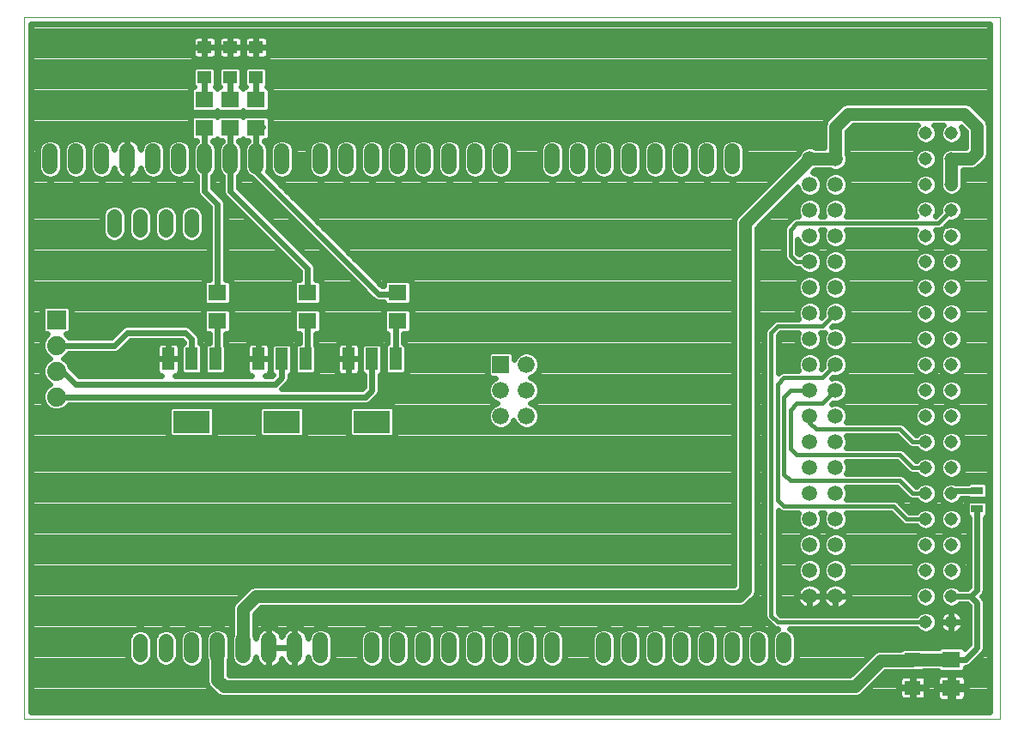
<source format=gtl>
G75*
%MOIN*%
%OFA0B0*%
%FSLAX25Y25*%
%IPPOS*%
%LPD*%
%AMOC8*
5,1,8,0,0,1.08239X$1,22.5*
%
%ADD10C,0.00000*%
%ADD11R,0.05512X0.04724*%
%ADD12R,0.07087X0.06299*%
%ADD13R,0.06299X0.05512*%
%ADD14R,0.07400X0.07400*%
%ADD15C,0.07400*%
%ADD16R,0.04800X0.08800*%
%ADD17R,0.14173X0.08661*%
%ADD18R,0.04724X0.03150*%
%ADD19C,0.05937*%
%ADD20C,0.05937*%
%ADD21C,0.05600*%
%ADD22C,0.06600*%
%ADD23R,0.06600X0.06600*%
%ADD24C,0.05150*%
%ADD25C,0.05000*%
%ADD26C,0.02400*%
%ADD27C,0.01600*%
D10*
X0001000Y0001783D02*
X0001000Y0274244D01*
X0379701Y0274244D01*
X0379701Y0001783D01*
X0001000Y0001783D01*
D11*
X0071000Y0250878D03*
X0081000Y0250878D03*
X0091000Y0250878D03*
X0091000Y0262689D03*
X0081000Y0262689D03*
X0071000Y0262689D03*
D12*
X0071000Y0242295D03*
X0081000Y0242295D03*
X0091000Y0242295D03*
X0091000Y0231272D03*
X0081000Y0231272D03*
X0071000Y0231272D03*
X0076000Y0167295D03*
X0076000Y0156272D03*
X0111000Y0156272D03*
X0111000Y0167295D03*
X0146000Y0167295D03*
X0146000Y0156272D03*
X0361000Y0024795D03*
X0361000Y0013772D03*
D13*
X0346000Y0013772D03*
X0346000Y0024795D03*
D14*
X0013500Y0156783D03*
D15*
X0013500Y0146783D03*
X0013500Y0136783D03*
X0013500Y0126783D03*
D16*
X0056900Y0141483D03*
X0066000Y0141483D03*
X0075100Y0141483D03*
X0091900Y0141483D03*
X0101000Y0141483D03*
X0110100Y0141483D03*
X0126900Y0141483D03*
X0136000Y0141483D03*
X0145100Y0141483D03*
D17*
X0136000Y0117083D03*
X0101000Y0117083D03*
X0066000Y0117083D03*
D18*
X0371000Y0090327D03*
X0371000Y0083240D03*
D19*
X0296000Y0032252D02*
X0296000Y0026315D01*
X0286000Y0026315D02*
X0286000Y0032252D01*
X0276000Y0032252D02*
X0276000Y0026315D01*
X0266000Y0026315D02*
X0266000Y0032252D01*
X0256000Y0032252D02*
X0256000Y0026315D01*
X0246000Y0026315D02*
X0246000Y0032252D01*
X0236000Y0032252D02*
X0236000Y0026315D01*
X0226000Y0026315D02*
X0226000Y0032252D01*
X0206000Y0032252D02*
X0206000Y0026315D01*
X0196000Y0026315D02*
X0196000Y0032252D01*
X0186000Y0032252D02*
X0186000Y0026315D01*
X0176000Y0026315D02*
X0176000Y0032252D01*
X0166000Y0032252D02*
X0166000Y0026315D01*
X0156000Y0026315D02*
X0156000Y0032252D01*
X0146000Y0032252D02*
X0146000Y0026315D01*
X0136000Y0026315D02*
X0136000Y0032252D01*
X0116000Y0032252D02*
X0116000Y0026315D01*
X0106000Y0026315D02*
X0106000Y0032252D01*
X0096000Y0032252D02*
X0096000Y0026315D01*
X0086000Y0026315D02*
X0086000Y0032252D01*
X0076000Y0032252D02*
X0076000Y0026315D01*
X0066000Y0026315D02*
X0066000Y0032252D01*
X0061000Y0216315D02*
X0061000Y0222252D01*
X0071000Y0222252D02*
X0071000Y0216315D01*
X0081000Y0216315D02*
X0081000Y0222252D01*
X0091000Y0222252D02*
X0091000Y0216315D01*
X0101000Y0216315D02*
X0101000Y0222252D01*
X0116000Y0222252D02*
X0116000Y0216315D01*
X0126000Y0216315D02*
X0126000Y0222252D01*
X0136000Y0222252D02*
X0136000Y0216315D01*
X0146000Y0216315D02*
X0146000Y0222252D01*
X0156000Y0222252D02*
X0156000Y0216315D01*
X0166000Y0216315D02*
X0166000Y0222252D01*
X0176000Y0222252D02*
X0176000Y0216315D01*
X0186000Y0216315D02*
X0186000Y0222252D01*
X0206000Y0222252D02*
X0206000Y0216315D01*
X0216000Y0216315D02*
X0216000Y0222252D01*
X0226000Y0222252D02*
X0226000Y0216315D01*
X0236000Y0216315D02*
X0236000Y0222252D01*
X0246000Y0222252D02*
X0246000Y0216315D01*
X0256000Y0216315D02*
X0256000Y0222252D01*
X0266000Y0222252D02*
X0266000Y0216315D01*
X0276000Y0216315D02*
X0276000Y0222252D01*
X0051000Y0222252D02*
X0051000Y0216315D01*
X0041000Y0216315D02*
X0041000Y0222252D01*
X0031000Y0222252D02*
X0031000Y0216315D01*
X0021000Y0216315D02*
X0021000Y0222252D01*
X0011000Y0222252D02*
X0011000Y0216315D01*
D20*
X0306000Y0219283D03*
X0306000Y0209283D03*
X0316000Y0209283D03*
X0316000Y0219283D03*
X0316000Y0199283D03*
X0306000Y0199283D03*
X0306000Y0189283D03*
X0306000Y0179283D03*
X0316000Y0179283D03*
X0316000Y0189283D03*
X0316000Y0169283D03*
X0306000Y0169283D03*
X0306000Y0159283D03*
X0306000Y0149283D03*
X0316000Y0149283D03*
X0316000Y0159283D03*
X0316000Y0139283D03*
X0306000Y0139283D03*
X0306000Y0129283D03*
X0306000Y0119283D03*
X0316000Y0119283D03*
X0316000Y0129283D03*
X0316000Y0109283D03*
X0316000Y0099283D03*
X0306000Y0099283D03*
X0306000Y0109283D03*
X0306000Y0089283D03*
X0316000Y0089283D03*
X0316000Y0079283D03*
X0316000Y0069283D03*
X0306000Y0069283D03*
X0306000Y0079283D03*
X0306000Y0059283D03*
X0316000Y0059283D03*
X0316000Y0049283D03*
X0306000Y0049283D03*
D21*
X0066000Y0191483D02*
X0066000Y0197083D01*
X0056000Y0197083D02*
X0056000Y0191483D01*
X0046000Y0191483D02*
X0046000Y0197083D01*
X0036000Y0197083D02*
X0036000Y0191483D01*
X0046000Y0032083D02*
X0046000Y0026483D01*
X0056000Y0026483D02*
X0056000Y0032083D01*
D22*
X0186000Y0119283D03*
X0196000Y0119283D03*
X0196000Y0129283D03*
X0186000Y0129283D03*
X0196000Y0139283D03*
D23*
X0186000Y0139283D03*
D24*
X0351000Y0139283D03*
X0361000Y0139283D03*
X0361000Y0129283D03*
X0351000Y0129283D03*
X0351000Y0119283D03*
X0361000Y0119283D03*
X0361000Y0109283D03*
X0351000Y0109283D03*
X0351000Y0099283D03*
X0361000Y0099283D03*
X0361000Y0089283D03*
X0351000Y0089283D03*
X0351000Y0079283D03*
X0361000Y0079283D03*
X0361000Y0069283D03*
X0351000Y0069283D03*
X0351000Y0059283D03*
X0361000Y0059283D03*
X0361000Y0049283D03*
X0351000Y0049283D03*
X0351000Y0039283D03*
X0361000Y0039283D03*
X0361000Y0149283D03*
X0351000Y0149283D03*
X0351000Y0159283D03*
X0361000Y0159283D03*
X0361000Y0169283D03*
X0351000Y0169283D03*
X0351000Y0179283D03*
X0361000Y0179283D03*
X0361000Y0189283D03*
X0351000Y0189283D03*
X0351000Y0199283D03*
X0361000Y0199283D03*
X0361000Y0209283D03*
X0351000Y0209283D03*
X0351000Y0219283D03*
X0361000Y0219283D03*
X0361000Y0229283D03*
X0351000Y0229283D03*
D25*
X0361000Y0219283D02*
X0368500Y0219283D01*
X0371000Y0221783D01*
X0371000Y0231783D01*
X0366000Y0236783D01*
X0321000Y0236783D01*
X0316000Y0231783D01*
X0316000Y0219283D01*
X0306000Y0219283D01*
X0281000Y0194283D01*
X0281000Y0051783D01*
X0278500Y0049283D01*
X0091000Y0049283D01*
X0086000Y0044283D01*
X0086000Y0029283D01*
X0076000Y0029283D02*
X0076000Y0016783D01*
X0078500Y0014283D01*
X0323500Y0014283D01*
X0333500Y0024283D01*
X0345488Y0024283D01*
X0346000Y0024795D01*
X0361000Y0024795D01*
X0361000Y0209283D02*
X0361000Y0219283D01*
D26*
X0356911Y0221127D02*
X0355089Y0221127D01*
X0354801Y0221823D02*
X0353540Y0223084D01*
X0351892Y0223767D01*
X0350108Y0223767D01*
X0348460Y0223084D01*
X0347199Y0221823D01*
X0346517Y0220175D01*
X0346517Y0218392D01*
X0347199Y0216744D01*
X0348460Y0215483D01*
X0350108Y0214800D01*
X0351892Y0214800D01*
X0353540Y0215483D01*
X0354801Y0216744D01*
X0355483Y0218392D01*
X0355483Y0220175D01*
X0354801Y0221823D01*
X0356517Y0220175D02*
X0357199Y0221823D01*
X0358460Y0223084D01*
X0360108Y0223767D01*
X0361892Y0223767D01*
X0362072Y0223692D01*
X0366591Y0223692D01*
X0366591Y0229957D01*
X0364854Y0231695D01*
X0365483Y0230175D01*
X0365483Y0228392D01*
X0364801Y0226744D01*
X0363540Y0225483D01*
X0361892Y0224800D01*
X0360108Y0224800D01*
X0358460Y0225483D01*
X0357199Y0226744D01*
X0356517Y0228392D01*
X0356517Y0230175D01*
X0357199Y0231823D01*
X0357751Y0232375D01*
X0354249Y0232375D01*
X0354801Y0231823D01*
X0355483Y0230175D01*
X0355483Y0228392D01*
X0354801Y0226744D01*
X0353540Y0225483D01*
X0351892Y0224800D01*
X0350108Y0224800D01*
X0348460Y0225483D01*
X0347199Y0226744D01*
X0346517Y0228392D01*
X0346517Y0230175D01*
X0347199Y0231823D01*
X0347751Y0232375D01*
X0322826Y0232375D01*
X0320409Y0229957D01*
X0320409Y0221385D01*
X0320877Y0220254D01*
X0320877Y0218313D01*
X0320135Y0216521D01*
X0318763Y0215149D01*
X0316970Y0214406D01*
X0315030Y0214406D01*
X0313899Y0214875D01*
X0308101Y0214875D01*
X0307632Y0214680D01*
X0307070Y0214119D01*
X0308763Y0213418D01*
X0310135Y0212046D01*
X0310877Y0210254D01*
X0310877Y0208313D01*
X0310135Y0206521D01*
X0308763Y0205149D01*
X0306970Y0204406D01*
X0305030Y0204406D01*
X0303237Y0205149D01*
X0301865Y0206521D01*
X0301164Y0208213D01*
X0285409Y0192457D01*
X0285409Y0050907D01*
X0284737Y0049286D01*
X0283497Y0048046D01*
X0280997Y0045546D01*
X0279377Y0044875D01*
X0092826Y0044875D01*
X0090409Y0042457D01*
X0090409Y0034353D01*
X0090877Y0033222D01*
X0090877Y0032947D01*
X0090959Y0033462D01*
X0091210Y0034236D01*
X0091580Y0034961D01*
X0092058Y0035619D01*
X0092633Y0036194D01*
X0093291Y0036672D01*
X0094016Y0037042D01*
X0094790Y0037293D01*
X0095593Y0037420D01*
X0096000Y0037420D01*
X0096000Y0029284D01*
X0096000Y0029284D01*
X0096000Y0037420D01*
X0096407Y0037420D01*
X0097210Y0037293D01*
X0097984Y0037042D01*
X0098709Y0036672D01*
X0099367Y0036194D01*
X0099942Y0035619D01*
X0100420Y0034961D01*
X0100790Y0034236D01*
X0101000Y0033589D01*
X0101210Y0034236D01*
X0101580Y0034961D01*
X0102058Y0035619D01*
X0102633Y0036194D01*
X0103291Y0036672D01*
X0104016Y0037042D01*
X0104790Y0037293D01*
X0105593Y0037420D01*
X0106000Y0037420D01*
X0106000Y0029284D01*
X0106000Y0029284D01*
X0106000Y0037420D01*
X0106407Y0037420D01*
X0107210Y0037293D01*
X0107984Y0037042D01*
X0108709Y0036672D01*
X0109367Y0036194D01*
X0109942Y0035619D01*
X0110420Y0034961D01*
X0110790Y0034236D01*
X0111041Y0033462D01*
X0111123Y0032947D01*
X0111123Y0033222D01*
X0111865Y0035015D01*
X0113237Y0036387D01*
X0115030Y0037129D01*
X0116970Y0037129D01*
X0118763Y0036387D01*
X0120135Y0035015D01*
X0120877Y0033222D01*
X0120877Y0025345D01*
X0120135Y0023552D01*
X0118763Y0022180D01*
X0116970Y0021438D01*
X0115030Y0021438D01*
X0113237Y0022180D01*
X0111865Y0023552D01*
X0111123Y0025345D01*
X0111123Y0025620D01*
X0111041Y0025105D01*
X0110790Y0024331D01*
X0110420Y0023606D01*
X0109942Y0022948D01*
X0109367Y0022373D01*
X0108709Y0021894D01*
X0107984Y0021525D01*
X0107210Y0021274D01*
X0106407Y0021146D01*
X0106000Y0021146D01*
X0106000Y0029283D01*
X0106000Y0029283D01*
X0106000Y0021146D01*
X0105593Y0021146D01*
X0104790Y0021274D01*
X0104016Y0021525D01*
X0103291Y0021894D01*
X0102633Y0022373D01*
X0102058Y0022948D01*
X0101580Y0023606D01*
X0101210Y0024331D01*
X0101000Y0024978D01*
X0100790Y0024331D01*
X0100420Y0023606D01*
X0099942Y0022948D01*
X0099367Y0022373D01*
X0098709Y0021894D01*
X0097984Y0021525D01*
X0097210Y0021274D01*
X0096407Y0021146D01*
X0096000Y0021146D01*
X0096000Y0029283D01*
X0096000Y0029283D01*
X0096000Y0021146D01*
X0095593Y0021146D01*
X0094790Y0021274D01*
X0094016Y0021525D01*
X0093291Y0021894D01*
X0092633Y0022373D01*
X0092058Y0022948D01*
X0091580Y0023606D01*
X0091210Y0024331D01*
X0090959Y0025105D01*
X0090877Y0025620D01*
X0090877Y0025345D01*
X0090135Y0023552D01*
X0088763Y0022180D01*
X0086970Y0021438D01*
X0085030Y0021438D01*
X0083237Y0022180D01*
X0081865Y0023552D01*
X0081123Y0025345D01*
X0081123Y0033222D01*
X0081591Y0034353D01*
X0081591Y0045160D01*
X0082263Y0046781D01*
X0087263Y0051781D01*
X0088503Y0053021D01*
X0090123Y0053692D01*
X0276591Y0053692D01*
X0276591Y0195160D01*
X0277263Y0196781D01*
X0301397Y0220915D01*
X0301865Y0222046D01*
X0303237Y0223418D01*
X0305030Y0224161D01*
X0306970Y0224161D01*
X0308101Y0223692D01*
X0311591Y0223692D01*
X0311591Y0232660D01*
X0312263Y0234281D01*
X0313503Y0235521D01*
X0313503Y0235521D01*
X0317263Y0239281D01*
X0317263Y0239281D01*
X0318503Y0240521D01*
X0320123Y0241192D01*
X0366877Y0241192D01*
X0368497Y0240521D01*
X0373497Y0235521D01*
X0373497Y0235521D01*
X0374737Y0234281D01*
X0375409Y0232660D01*
X0375409Y0220907D01*
X0374737Y0219286D01*
X0372237Y0216786D01*
X0370997Y0215546D01*
X0369377Y0214875D01*
X0365409Y0214875D01*
X0365409Y0210356D01*
X0365483Y0210175D01*
X0365483Y0208392D01*
X0364801Y0206744D01*
X0363540Y0205483D01*
X0361892Y0204800D01*
X0360108Y0204800D01*
X0358460Y0205483D01*
X0357199Y0206744D01*
X0356517Y0208392D01*
X0356517Y0210175D01*
X0356591Y0210356D01*
X0356591Y0218211D01*
X0356517Y0218392D01*
X0356517Y0220175D01*
X0356517Y0218729D02*
X0355483Y0218729D01*
X0354387Y0216330D02*
X0356591Y0216330D01*
X0356591Y0213932D02*
X0317523Y0213932D01*
X0316970Y0214161D02*
X0315030Y0214161D01*
X0313237Y0213418D01*
X0311865Y0212046D01*
X0311123Y0210254D01*
X0311123Y0208313D01*
X0311865Y0206521D01*
X0313237Y0205149D01*
X0315030Y0204406D01*
X0316970Y0204406D01*
X0318763Y0205149D01*
X0320135Y0206521D01*
X0320877Y0208313D01*
X0320877Y0210254D01*
X0320135Y0212046D01*
X0318763Y0213418D01*
X0316970Y0214161D01*
X0314477Y0213932D02*
X0307523Y0213932D01*
X0310347Y0211533D02*
X0311653Y0211533D01*
X0311123Y0209135D02*
X0310877Y0209135D01*
X0310224Y0206736D02*
X0311776Y0206736D01*
X0313237Y0203418D02*
X0315030Y0204161D01*
X0316970Y0204161D01*
X0318763Y0203418D01*
X0320135Y0202046D01*
X0320877Y0200254D01*
X0320877Y0198313D01*
X0320330Y0196992D01*
X0347096Y0196992D01*
X0346517Y0198392D01*
X0346517Y0200175D01*
X0347199Y0201823D01*
X0348460Y0203084D01*
X0350108Y0203767D01*
X0351892Y0203767D01*
X0353540Y0203084D01*
X0354801Y0201823D01*
X0355483Y0200175D01*
X0355483Y0198392D01*
X0354922Y0197036D01*
X0356517Y0198631D01*
X0356517Y0200175D01*
X0357199Y0201823D01*
X0358460Y0203084D01*
X0360108Y0203767D01*
X0361892Y0203767D01*
X0363540Y0203084D01*
X0364801Y0201823D01*
X0365483Y0200175D01*
X0365483Y0198392D01*
X0364801Y0196744D01*
X0363540Y0195483D01*
X0361892Y0194800D01*
X0360347Y0194800D01*
X0358753Y0193205D01*
X0360108Y0193767D01*
X0361892Y0193767D01*
X0363540Y0193084D01*
X0364801Y0191823D01*
X0365483Y0190175D01*
X0365483Y0188392D01*
X0364801Y0186744D01*
X0363540Y0185483D01*
X0361892Y0184800D01*
X0360108Y0184800D01*
X0358460Y0185483D01*
X0357199Y0186744D01*
X0356517Y0188392D01*
X0356517Y0190175D01*
X0357199Y0191823D01*
X0357242Y0191866D01*
X0356539Y0191575D01*
X0354904Y0191575D01*
X0355483Y0190175D01*
X0355483Y0188392D01*
X0354801Y0186744D01*
X0353540Y0185483D01*
X0351892Y0184800D01*
X0350108Y0184800D01*
X0348460Y0185483D01*
X0347199Y0186744D01*
X0346517Y0188392D01*
X0346517Y0190175D01*
X0347096Y0191575D01*
X0320330Y0191575D01*
X0320877Y0190254D01*
X0320877Y0188313D01*
X0320135Y0186521D01*
X0318763Y0185149D01*
X0316970Y0184406D01*
X0315030Y0184406D01*
X0313237Y0185149D01*
X0311865Y0186521D01*
X0311123Y0188313D01*
X0311123Y0190254D01*
X0311670Y0191575D01*
X0310330Y0191575D01*
X0310877Y0190254D01*
X0310877Y0188313D01*
X0310135Y0186521D01*
X0308763Y0185149D01*
X0306970Y0184406D01*
X0305030Y0184406D01*
X0303237Y0185149D01*
X0301865Y0186521D01*
X0301209Y0188106D01*
X0301209Y0182905D01*
X0301967Y0182147D01*
X0303237Y0183418D01*
X0305030Y0184161D01*
X0306970Y0184161D01*
X0308763Y0183418D01*
X0310135Y0182046D01*
X0310877Y0180254D01*
X0310877Y0178313D01*
X0310135Y0176521D01*
X0308763Y0175149D01*
X0306970Y0174406D01*
X0305030Y0174406D01*
X0303237Y0175149D01*
X0301865Y0176521D01*
X0301843Y0176575D01*
X0300461Y0176575D01*
X0299466Y0176987D01*
X0296966Y0179487D01*
X0296204Y0180249D01*
X0295791Y0181245D01*
X0295791Y0192322D01*
X0296204Y0193318D01*
X0298704Y0195818D01*
X0299466Y0196580D01*
X0300461Y0196992D01*
X0301670Y0196992D01*
X0301123Y0198313D01*
X0301123Y0200254D01*
X0301865Y0202046D01*
X0303237Y0203418D01*
X0305030Y0204161D01*
X0306970Y0204161D01*
X0308763Y0203418D01*
X0310135Y0202046D01*
X0310877Y0200254D01*
X0310877Y0198313D01*
X0310330Y0196992D01*
X0311670Y0196992D01*
X0311123Y0198313D01*
X0311123Y0200254D01*
X0311865Y0202046D01*
X0313237Y0203418D01*
X0311821Y0201939D02*
X0310179Y0201939D01*
X0310877Y0199541D02*
X0311123Y0199541D01*
X0311608Y0197142D02*
X0310392Y0197142D01*
X0310877Y0189947D02*
X0311123Y0189947D01*
X0311440Y0187548D02*
X0310560Y0187548D01*
X0308763Y0185150D02*
X0313237Y0185150D01*
X0313237Y0183418D02*
X0311865Y0182046D01*
X0311123Y0180254D01*
X0311123Y0178313D01*
X0311865Y0176521D01*
X0313237Y0175149D01*
X0315030Y0174406D01*
X0316970Y0174406D01*
X0318763Y0175149D01*
X0320135Y0176521D01*
X0320877Y0178313D01*
X0320877Y0180254D01*
X0320135Y0182046D01*
X0318763Y0183418D01*
X0316970Y0184161D01*
X0315030Y0184161D01*
X0313237Y0183418D01*
X0312570Y0182751D02*
X0309430Y0182751D01*
X0310836Y0180352D02*
X0311164Y0180352D01*
X0311272Y0177954D02*
X0310728Y0177954D01*
X0309169Y0175555D02*
X0312831Y0175555D01*
X0313237Y0173418D02*
X0311865Y0172046D01*
X0311123Y0170254D01*
X0311123Y0168313D01*
X0311865Y0166521D01*
X0313237Y0165149D01*
X0315030Y0164406D01*
X0316970Y0164406D01*
X0318763Y0165149D01*
X0320135Y0166521D01*
X0320877Y0168313D01*
X0320877Y0170254D01*
X0320135Y0172046D01*
X0318763Y0173418D01*
X0316970Y0174161D01*
X0315030Y0174161D01*
X0313237Y0173418D01*
X0312976Y0173157D02*
X0309024Y0173157D01*
X0308763Y0173418D02*
X0310135Y0172046D01*
X0310877Y0170254D01*
X0310877Y0168313D01*
X0310135Y0166521D01*
X0308763Y0165149D01*
X0306970Y0164406D01*
X0305030Y0164406D01*
X0303237Y0165149D01*
X0301865Y0166521D01*
X0301123Y0168313D01*
X0301123Y0170254D01*
X0301865Y0172046D01*
X0303237Y0173418D01*
X0305030Y0174161D01*
X0306970Y0174161D01*
X0308763Y0173418D01*
X0310668Y0170758D02*
X0311332Y0170758D01*
X0311123Y0168360D02*
X0310877Y0168360D01*
X0309575Y0165961D02*
X0312425Y0165961D01*
X0313587Y0163563D02*
X0308413Y0163563D01*
X0308763Y0163418D02*
X0306970Y0164161D01*
X0305030Y0164161D01*
X0303237Y0163418D01*
X0301865Y0162046D01*
X0301123Y0160254D01*
X0301123Y0158313D01*
X0301670Y0156992D01*
X0292961Y0156992D01*
X0291966Y0156580D01*
X0291204Y0155818D01*
X0288704Y0153318D01*
X0288291Y0152322D01*
X0288291Y0041245D01*
X0288704Y0040249D01*
X0289466Y0039487D01*
X0291966Y0036987D01*
X0292961Y0036575D01*
X0293692Y0036575D01*
X0293237Y0036387D01*
X0291865Y0035015D01*
X0291123Y0033222D01*
X0291123Y0025345D01*
X0291865Y0023552D01*
X0293237Y0022180D01*
X0295030Y0021438D01*
X0296970Y0021438D01*
X0298763Y0022180D01*
X0300135Y0023552D01*
X0300877Y0025345D01*
X0300877Y0033222D01*
X0300135Y0035015D01*
X0298763Y0036387D01*
X0298308Y0036575D01*
X0347368Y0036575D01*
X0348460Y0035483D01*
X0350108Y0034800D01*
X0351892Y0034800D01*
X0353540Y0035483D01*
X0354801Y0036744D01*
X0355483Y0038392D01*
X0355483Y0040175D01*
X0354801Y0041823D01*
X0353540Y0043084D01*
X0351892Y0043767D01*
X0350108Y0043767D01*
X0348460Y0043084D01*
X0347368Y0041992D01*
X0294622Y0041992D01*
X0293709Y0042905D01*
X0293709Y0082744D01*
X0294466Y0081987D01*
X0295461Y0081575D01*
X0301670Y0081575D01*
X0301123Y0080254D01*
X0301123Y0078313D01*
X0301865Y0076521D01*
X0303237Y0075149D01*
X0305030Y0074406D01*
X0306970Y0074406D01*
X0308763Y0075149D01*
X0310135Y0076521D01*
X0310877Y0078313D01*
X0310877Y0080254D01*
X0310330Y0081575D01*
X0311670Y0081575D01*
X0311123Y0080254D01*
X0311123Y0078313D01*
X0311865Y0076521D01*
X0313237Y0075149D01*
X0315030Y0074406D01*
X0316970Y0074406D01*
X0318763Y0075149D01*
X0320135Y0076521D01*
X0320877Y0078313D01*
X0320877Y0080254D01*
X0320330Y0081575D01*
X0337378Y0081575D01*
X0341966Y0076987D01*
X0342961Y0076575D01*
X0347368Y0076575D01*
X0348460Y0075483D01*
X0350108Y0074800D01*
X0351892Y0074800D01*
X0353540Y0075483D01*
X0354801Y0076744D01*
X0355483Y0078392D01*
X0355483Y0080175D01*
X0354801Y0081823D01*
X0353540Y0083084D01*
X0351892Y0083767D01*
X0350108Y0083767D01*
X0348460Y0083084D01*
X0347368Y0081992D01*
X0344622Y0081992D01*
X0340796Y0085818D01*
X0340034Y0086580D01*
X0339039Y0086992D01*
X0320330Y0086992D01*
X0320877Y0088313D01*
X0320877Y0090254D01*
X0320330Y0091575D01*
X0339878Y0091575D01*
X0344466Y0086987D01*
X0345461Y0086575D01*
X0347368Y0086575D01*
X0348460Y0085483D01*
X0350108Y0084800D01*
X0351892Y0084800D01*
X0353540Y0085483D01*
X0354801Y0086744D01*
X0355483Y0088392D01*
X0355483Y0090175D01*
X0354801Y0091823D01*
X0353540Y0093084D01*
X0351892Y0093767D01*
X0350108Y0093767D01*
X0348460Y0093084D01*
X0347368Y0091992D01*
X0347122Y0091992D01*
X0342534Y0096580D01*
X0341539Y0096992D01*
X0320330Y0096992D01*
X0320877Y0098313D01*
X0320877Y0100254D01*
X0320330Y0101575D01*
X0339878Y0101575D01*
X0344466Y0096987D01*
X0345461Y0096575D01*
X0347368Y0096575D01*
X0348460Y0095483D01*
X0350108Y0094800D01*
X0351892Y0094800D01*
X0353540Y0095483D01*
X0354801Y0096744D01*
X0355483Y0098392D01*
X0355483Y0100175D01*
X0354801Y0101823D01*
X0353540Y0103084D01*
X0351892Y0103767D01*
X0350108Y0103767D01*
X0348460Y0103084D01*
X0347368Y0101992D01*
X0347122Y0101992D01*
X0343296Y0105818D01*
X0342534Y0106580D01*
X0341539Y0106992D01*
X0320330Y0106992D01*
X0320877Y0108313D01*
X0320877Y0110254D01*
X0320330Y0111575D01*
X0339878Y0111575D01*
X0344466Y0106987D01*
X0345461Y0106575D01*
X0347368Y0106575D01*
X0348460Y0105483D01*
X0350108Y0104800D01*
X0351892Y0104800D01*
X0353540Y0105483D01*
X0354801Y0106744D01*
X0355483Y0108392D01*
X0355483Y0110175D01*
X0354801Y0111823D01*
X0353540Y0113084D01*
X0351892Y0113767D01*
X0350108Y0113767D01*
X0348460Y0113084D01*
X0347368Y0111992D01*
X0347122Y0111992D01*
X0343296Y0115818D01*
X0342534Y0116580D01*
X0341539Y0116992D01*
X0320330Y0116992D01*
X0320877Y0118313D01*
X0320877Y0120254D01*
X0320135Y0122046D01*
X0318763Y0123418D01*
X0316970Y0124161D01*
X0315030Y0124161D01*
X0314480Y0123933D01*
X0314976Y0124429D01*
X0315030Y0124406D01*
X0316970Y0124406D01*
X0318763Y0125149D01*
X0320135Y0126521D01*
X0320877Y0128313D01*
X0320877Y0130254D01*
X0320135Y0132046D01*
X0318763Y0133418D01*
X0316970Y0134161D01*
X0315030Y0134161D01*
X0314480Y0133933D01*
X0314976Y0134429D01*
X0315030Y0134406D01*
X0316970Y0134406D01*
X0318763Y0135149D01*
X0320135Y0136521D01*
X0320877Y0138313D01*
X0320877Y0140254D01*
X0320135Y0142046D01*
X0318763Y0143418D01*
X0316970Y0144161D01*
X0315030Y0144161D01*
X0313237Y0143418D01*
X0311865Y0142046D01*
X0311123Y0140254D01*
X0311123Y0138313D01*
X0311145Y0138259D01*
X0310649Y0137763D01*
X0310877Y0138313D01*
X0310877Y0140254D01*
X0310135Y0142046D01*
X0308763Y0143418D01*
X0306970Y0144161D01*
X0305030Y0144161D01*
X0303237Y0143418D01*
X0301865Y0142046D01*
X0301123Y0140254D01*
X0301123Y0138313D01*
X0301670Y0136992D01*
X0295461Y0136992D01*
X0294466Y0136580D01*
X0293709Y0135823D01*
X0293709Y0150662D01*
X0294622Y0151575D01*
X0301670Y0151575D01*
X0301123Y0150254D01*
X0301123Y0148313D01*
X0301865Y0146521D01*
X0303237Y0145149D01*
X0305030Y0144406D01*
X0306970Y0144406D01*
X0308763Y0145149D01*
X0310135Y0146521D01*
X0310877Y0148313D01*
X0310877Y0150254D01*
X0310330Y0151575D01*
X0311539Y0151575D01*
X0311697Y0151641D01*
X0311123Y0150254D01*
X0311123Y0148313D01*
X0311865Y0146521D01*
X0313237Y0145149D01*
X0315030Y0144406D01*
X0316970Y0144406D01*
X0318763Y0145149D01*
X0320135Y0146521D01*
X0320877Y0148313D01*
X0320877Y0150254D01*
X0320135Y0152046D01*
X0318763Y0153418D01*
X0316970Y0154161D01*
X0315030Y0154161D01*
X0314480Y0153933D01*
X0314976Y0154429D01*
X0315030Y0154406D01*
X0316970Y0154406D01*
X0318763Y0155149D01*
X0320135Y0156521D01*
X0320877Y0158313D01*
X0320877Y0160254D01*
X0320135Y0162046D01*
X0318763Y0163418D01*
X0316970Y0164161D01*
X0315030Y0164161D01*
X0313237Y0163418D01*
X0311865Y0162046D01*
X0311123Y0160254D01*
X0311123Y0158313D01*
X0311145Y0158259D01*
X0310649Y0157763D01*
X0310877Y0158313D01*
X0310877Y0160254D01*
X0310135Y0162046D01*
X0308763Y0163418D01*
X0310500Y0161164D02*
X0311500Y0161164D01*
X0311123Y0158766D02*
X0310877Y0158766D01*
X0314516Y0153969D02*
X0314567Y0153969D01*
X0317433Y0153969D02*
X0376000Y0153969D01*
X0376000Y0156367D02*
X0364424Y0156367D01*
X0364801Y0156744D02*
X0365483Y0158392D01*
X0365483Y0160175D01*
X0364801Y0161823D01*
X0363540Y0163084D01*
X0361892Y0163767D01*
X0360108Y0163767D01*
X0358460Y0163084D01*
X0357199Y0161823D01*
X0356517Y0160175D01*
X0356517Y0158392D01*
X0357199Y0156744D01*
X0358460Y0155483D01*
X0360108Y0154800D01*
X0361892Y0154800D01*
X0363540Y0155483D01*
X0364801Y0156744D01*
X0365483Y0158766D02*
X0376000Y0158766D01*
X0376000Y0161164D02*
X0365074Y0161164D01*
X0362384Y0163563D02*
X0376000Y0163563D01*
X0376000Y0165961D02*
X0364019Y0165961D01*
X0363540Y0165483D02*
X0364801Y0166744D01*
X0365483Y0168392D01*
X0365483Y0170175D01*
X0364801Y0171823D01*
X0363540Y0173084D01*
X0361892Y0173767D01*
X0360108Y0173767D01*
X0358460Y0173084D01*
X0357199Y0171823D01*
X0356517Y0170175D01*
X0356517Y0168392D01*
X0357199Y0166744D01*
X0358460Y0165483D01*
X0360108Y0164800D01*
X0361892Y0164800D01*
X0363540Y0165483D01*
X0365470Y0168360D02*
X0376000Y0168360D01*
X0376000Y0170758D02*
X0365242Y0170758D01*
X0363364Y0173157D02*
X0376000Y0173157D01*
X0376000Y0175555D02*
X0363613Y0175555D01*
X0363540Y0175483D02*
X0364801Y0176744D01*
X0365483Y0178392D01*
X0365483Y0180175D01*
X0364801Y0181823D01*
X0363540Y0183084D01*
X0361892Y0183767D01*
X0360108Y0183767D01*
X0358460Y0183084D01*
X0357199Y0181823D01*
X0356517Y0180175D01*
X0356517Y0178392D01*
X0357199Y0176744D01*
X0358460Y0175483D01*
X0360108Y0174800D01*
X0361892Y0174800D01*
X0363540Y0175483D01*
X0365302Y0177954D02*
X0376000Y0177954D01*
X0376000Y0180352D02*
X0365410Y0180352D01*
X0363873Y0182751D02*
X0376000Y0182751D01*
X0376000Y0185150D02*
X0362736Y0185150D01*
X0365134Y0187548D02*
X0376000Y0187548D01*
X0376000Y0189947D02*
X0365483Y0189947D01*
X0364279Y0192345D02*
X0376000Y0192345D01*
X0376000Y0194744D02*
X0360291Y0194744D01*
X0364966Y0197142D02*
X0376000Y0197142D01*
X0376000Y0199541D02*
X0365483Y0199541D01*
X0364685Y0201939D02*
X0376000Y0201939D01*
X0376000Y0204338D02*
X0297289Y0204338D01*
X0299687Y0206736D02*
X0301776Y0206736D01*
X0301821Y0201939D02*
X0294890Y0201939D01*
X0292492Y0199541D02*
X0301123Y0199541D01*
X0301608Y0197142D02*
X0290093Y0197142D01*
X0287695Y0194744D02*
X0297629Y0194744D01*
X0295801Y0192345D02*
X0285409Y0192345D01*
X0285409Y0189947D02*
X0295791Y0189947D01*
X0295791Y0187548D02*
X0285409Y0187548D01*
X0285409Y0185150D02*
X0295791Y0185150D01*
X0295791Y0182751D02*
X0285409Y0182751D01*
X0285409Y0180352D02*
X0296161Y0180352D01*
X0298499Y0177954D02*
X0285409Y0177954D01*
X0285409Y0175555D02*
X0302831Y0175555D01*
X0302976Y0173157D02*
X0285409Y0173157D01*
X0285409Y0170758D02*
X0301332Y0170758D01*
X0301123Y0168360D02*
X0285409Y0168360D01*
X0285409Y0165961D02*
X0302425Y0165961D01*
X0303587Y0163563D02*
X0285409Y0163563D01*
X0285409Y0161164D02*
X0301500Y0161164D01*
X0301123Y0158766D02*
X0285409Y0158766D01*
X0285409Y0156367D02*
X0291753Y0156367D01*
X0289355Y0153969D02*
X0285409Y0153969D01*
X0285409Y0151570D02*
X0288291Y0151570D01*
X0288291Y0149172D02*
X0285409Y0149172D01*
X0285409Y0146773D02*
X0288291Y0146773D01*
X0288291Y0144375D02*
X0285409Y0144375D01*
X0285409Y0141976D02*
X0288291Y0141976D01*
X0288291Y0139578D02*
X0285409Y0139578D01*
X0285409Y0137179D02*
X0288291Y0137179D01*
X0288291Y0134781D02*
X0285409Y0134781D01*
X0285409Y0132382D02*
X0288291Y0132382D01*
X0288291Y0129984D02*
X0285409Y0129984D01*
X0285409Y0127585D02*
X0288291Y0127585D01*
X0288291Y0125187D02*
X0285409Y0125187D01*
X0285409Y0122788D02*
X0288291Y0122788D01*
X0288291Y0120390D02*
X0285409Y0120390D01*
X0285409Y0117991D02*
X0288291Y0117991D01*
X0288291Y0115593D02*
X0285409Y0115593D01*
X0285409Y0113194D02*
X0288291Y0113194D01*
X0288291Y0110796D02*
X0285409Y0110796D01*
X0285409Y0108397D02*
X0288291Y0108397D01*
X0288291Y0105999D02*
X0285409Y0105999D01*
X0285409Y0103600D02*
X0288291Y0103600D01*
X0288291Y0101202D02*
X0285409Y0101202D01*
X0285409Y0098803D02*
X0288291Y0098803D01*
X0288291Y0096405D02*
X0285409Y0096405D01*
X0285409Y0094006D02*
X0288291Y0094006D01*
X0288291Y0091608D02*
X0285409Y0091608D01*
X0285409Y0089209D02*
X0288291Y0089209D01*
X0288291Y0086811D02*
X0285409Y0086811D01*
X0285409Y0084412D02*
X0288291Y0084412D01*
X0288291Y0082014D02*
X0285409Y0082014D01*
X0285409Y0079615D02*
X0288291Y0079615D01*
X0288291Y0077216D02*
X0285409Y0077216D01*
X0285409Y0074818D02*
X0288291Y0074818D01*
X0288291Y0072419D02*
X0285409Y0072419D01*
X0285409Y0070021D02*
X0288291Y0070021D01*
X0288291Y0067622D02*
X0285409Y0067622D01*
X0285409Y0065224D02*
X0288291Y0065224D01*
X0288291Y0062825D02*
X0285409Y0062825D01*
X0285409Y0060427D02*
X0288291Y0060427D01*
X0288291Y0058028D02*
X0285409Y0058028D01*
X0285409Y0055630D02*
X0288291Y0055630D01*
X0288291Y0053231D02*
X0285409Y0053231D01*
X0285378Y0050833D02*
X0288291Y0050833D01*
X0288291Y0048434D02*
X0283886Y0048434D01*
X0281487Y0046036D02*
X0288291Y0046036D01*
X0288291Y0043637D02*
X0091589Y0043637D01*
X0090409Y0041239D02*
X0288294Y0041239D01*
X0290113Y0038840D02*
X0090409Y0038840D01*
X0090409Y0036442D02*
X0092974Y0036442D01*
X0091148Y0034043D02*
X0090537Y0034043D01*
X0096000Y0034043D02*
X0096000Y0034043D01*
X0096000Y0031645D02*
X0096000Y0031645D01*
X0096000Y0029284D02*
X0106000Y0029284D01*
X0106000Y0029283D01*
X0100831Y0029283D01*
X0096000Y0029283D01*
X0096000Y0029284D01*
X0096000Y0029246D02*
X0096000Y0029246D01*
X0096000Y0026848D02*
X0096000Y0026848D01*
X0096000Y0024449D02*
X0096000Y0024449D01*
X0096000Y0022051D02*
X0096000Y0022051D01*
X0098924Y0022051D02*
X0103076Y0022051D01*
X0106000Y0022051D02*
X0106000Y0022051D01*
X0106000Y0024449D02*
X0106000Y0024449D01*
X0106000Y0026848D02*
X0106000Y0026848D01*
X0106000Y0029246D02*
X0106000Y0029246D01*
X0106000Y0031645D02*
X0106000Y0031645D01*
X0106000Y0034043D02*
X0106000Y0034043D01*
X0106000Y0036442D02*
X0106000Y0036442D01*
X0102974Y0036442D02*
X0099026Y0036442D01*
X0100852Y0034043D02*
X0101148Y0034043D01*
X0096000Y0036442D02*
X0096000Y0036442D01*
X0109026Y0036442D02*
X0113370Y0036442D01*
X0111463Y0034043D02*
X0110852Y0034043D01*
X0118630Y0036442D02*
X0133370Y0036442D01*
X0133237Y0036387D02*
X0135030Y0037129D01*
X0136970Y0037129D01*
X0138763Y0036387D01*
X0140135Y0035015D01*
X0140877Y0033222D01*
X0140877Y0025345D01*
X0140135Y0023552D01*
X0138763Y0022180D01*
X0136970Y0021438D01*
X0135030Y0021438D01*
X0133237Y0022180D01*
X0131865Y0023552D01*
X0131123Y0025345D01*
X0131123Y0033222D01*
X0131865Y0035015D01*
X0133237Y0036387D01*
X0131463Y0034043D02*
X0120537Y0034043D01*
X0120877Y0031645D02*
X0131123Y0031645D01*
X0131123Y0029246D02*
X0120877Y0029246D01*
X0120877Y0026848D02*
X0131123Y0026848D01*
X0131494Y0024449D02*
X0120506Y0024449D01*
X0118450Y0022051D02*
X0133550Y0022051D01*
X0138450Y0022051D02*
X0143550Y0022051D01*
X0143237Y0022180D02*
X0145030Y0021438D01*
X0146970Y0021438D01*
X0148763Y0022180D01*
X0150135Y0023552D01*
X0150877Y0025345D01*
X0150877Y0033222D01*
X0150135Y0035015D01*
X0148763Y0036387D01*
X0146970Y0037129D01*
X0145030Y0037129D01*
X0143237Y0036387D01*
X0141865Y0035015D01*
X0141123Y0033222D01*
X0141123Y0025345D01*
X0141865Y0023552D01*
X0143237Y0022180D01*
X0141494Y0024449D02*
X0140506Y0024449D01*
X0140877Y0026848D02*
X0141123Y0026848D01*
X0141123Y0029246D02*
X0140877Y0029246D01*
X0140877Y0031645D02*
X0141123Y0031645D01*
X0141463Y0034043D02*
X0140537Y0034043D01*
X0138630Y0036442D02*
X0143370Y0036442D01*
X0148630Y0036442D02*
X0153370Y0036442D01*
X0153237Y0036387D02*
X0151865Y0035015D01*
X0151123Y0033222D01*
X0151123Y0025345D01*
X0151865Y0023552D01*
X0153237Y0022180D01*
X0155030Y0021438D01*
X0156970Y0021438D01*
X0158763Y0022180D01*
X0160135Y0023552D01*
X0160877Y0025345D01*
X0160877Y0033222D01*
X0160135Y0035015D01*
X0158763Y0036387D01*
X0156970Y0037129D01*
X0155030Y0037129D01*
X0153237Y0036387D01*
X0151463Y0034043D02*
X0150537Y0034043D01*
X0150877Y0031645D02*
X0151123Y0031645D01*
X0151123Y0029246D02*
X0150877Y0029246D01*
X0150877Y0026848D02*
X0151123Y0026848D01*
X0151494Y0024449D02*
X0150506Y0024449D01*
X0148450Y0022051D02*
X0153550Y0022051D01*
X0158450Y0022051D02*
X0163550Y0022051D01*
X0163237Y0022180D02*
X0165030Y0021438D01*
X0166970Y0021438D01*
X0168763Y0022180D01*
X0170135Y0023552D01*
X0170877Y0025345D01*
X0170877Y0033222D01*
X0170135Y0035015D01*
X0168763Y0036387D01*
X0166970Y0037129D01*
X0165030Y0037129D01*
X0163237Y0036387D01*
X0161865Y0035015D01*
X0161123Y0033222D01*
X0161123Y0025345D01*
X0161865Y0023552D01*
X0163237Y0022180D01*
X0161494Y0024449D02*
X0160506Y0024449D01*
X0160877Y0026848D02*
X0161123Y0026848D01*
X0161123Y0029246D02*
X0160877Y0029246D01*
X0160877Y0031645D02*
X0161123Y0031645D01*
X0161463Y0034043D02*
X0160537Y0034043D01*
X0158630Y0036442D02*
X0163370Y0036442D01*
X0168630Y0036442D02*
X0173370Y0036442D01*
X0173237Y0036387D02*
X0171865Y0035015D01*
X0171123Y0033222D01*
X0171123Y0025345D01*
X0171865Y0023552D01*
X0173237Y0022180D01*
X0175030Y0021438D01*
X0176970Y0021438D01*
X0178763Y0022180D01*
X0180135Y0023552D01*
X0180877Y0025345D01*
X0180877Y0033222D01*
X0180135Y0035015D01*
X0178763Y0036387D01*
X0176970Y0037129D01*
X0175030Y0037129D01*
X0173237Y0036387D01*
X0171463Y0034043D02*
X0170537Y0034043D01*
X0170877Y0031645D02*
X0171123Y0031645D01*
X0171123Y0029246D02*
X0170877Y0029246D01*
X0170877Y0026848D02*
X0171123Y0026848D01*
X0171494Y0024449D02*
X0170506Y0024449D01*
X0168450Y0022051D02*
X0173550Y0022051D01*
X0178450Y0022051D02*
X0183550Y0022051D01*
X0183237Y0022180D02*
X0185030Y0021438D01*
X0186970Y0021438D01*
X0188763Y0022180D01*
X0190135Y0023552D01*
X0190877Y0025345D01*
X0190877Y0033222D01*
X0190135Y0035015D01*
X0188763Y0036387D01*
X0186970Y0037129D01*
X0185030Y0037129D01*
X0183237Y0036387D01*
X0181865Y0035015D01*
X0181123Y0033222D01*
X0181123Y0025345D01*
X0181865Y0023552D01*
X0183237Y0022180D01*
X0181494Y0024449D02*
X0180506Y0024449D01*
X0180877Y0026848D02*
X0181123Y0026848D01*
X0181123Y0029246D02*
X0180877Y0029246D01*
X0180877Y0031645D02*
X0181123Y0031645D01*
X0181463Y0034043D02*
X0180537Y0034043D01*
X0178630Y0036442D02*
X0183370Y0036442D01*
X0188630Y0036442D02*
X0193370Y0036442D01*
X0193237Y0036387D02*
X0191865Y0035015D01*
X0191123Y0033222D01*
X0191123Y0025345D01*
X0191865Y0023552D01*
X0193237Y0022180D01*
X0195030Y0021438D01*
X0196970Y0021438D01*
X0198763Y0022180D01*
X0200135Y0023552D01*
X0200877Y0025345D01*
X0200877Y0033222D01*
X0200135Y0035015D01*
X0198763Y0036387D01*
X0196970Y0037129D01*
X0195030Y0037129D01*
X0193237Y0036387D01*
X0191463Y0034043D02*
X0190537Y0034043D01*
X0190877Y0031645D02*
X0191123Y0031645D01*
X0191123Y0029246D02*
X0190877Y0029246D01*
X0190877Y0026848D02*
X0191123Y0026848D01*
X0191494Y0024449D02*
X0190506Y0024449D01*
X0188450Y0022051D02*
X0193550Y0022051D01*
X0198450Y0022051D02*
X0203550Y0022051D01*
X0203237Y0022180D02*
X0205030Y0021438D01*
X0206970Y0021438D01*
X0208763Y0022180D01*
X0210135Y0023552D01*
X0210877Y0025345D01*
X0210877Y0033222D01*
X0210135Y0035015D01*
X0208763Y0036387D01*
X0206970Y0037129D01*
X0205030Y0037129D01*
X0203237Y0036387D01*
X0201865Y0035015D01*
X0201123Y0033222D01*
X0201123Y0025345D01*
X0201865Y0023552D01*
X0203237Y0022180D01*
X0201494Y0024449D02*
X0200506Y0024449D01*
X0200877Y0026848D02*
X0201123Y0026848D01*
X0201123Y0029246D02*
X0200877Y0029246D01*
X0200877Y0031645D02*
X0201123Y0031645D01*
X0201463Y0034043D02*
X0200537Y0034043D01*
X0198630Y0036442D02*
X0203370Y0036442D01*
X0208630Y0036442D02*
X0223370Y0036442D01*
X0223237Y0036387D02*
X0221865Y0035015D01*
X0221123Y0033222D01*
X0221123Y0025345D01*
X0221865Y0023552D01*
X0223237Y0022180D01*
X0225030Y0021438D01*
X0226970Y0021438D01*
X0228763Y0022180D01*
X0230135Y0023552D01*
X0230877Y0025345D01*
X0230877Y0033222D01*
X0230135Y0035015D01*
X0228763Y0036387D01*
X0226970Y0037129D01*
X0225030Y0037129D01*
X0223237Y0036387D01*
X0221463Y0034043D02*
X0210537Y0034043D01*
X0210877Y0031645D02*
X0221123Y0031645D01*
X0221123Y0029246D02*
X0210877Y0029246D01*
X0210877Y0026848D02*
X0221123Y0026848D01*
X0221494Y0024449D02*
X0210506Y0024449D01*
X0208450Y0022051D02*
X0223550Y0022051D01*
X0228450Y0022051D02*
X0233550Y0022051D01*
X0233237Y0022180D02*
X0235030Y0021438D01*
X0236970Y0021438D01*
X0238763Y0022180D01*
X0240135Y0023552D01*
X0240877Y0025345D01*
X0240877Y0033222D01*
X0240135Y0035015D01*
X0238763Y0036387D01*
X0236970Y0037129D01*
X0235030Y0037129D01*
X0233237Y0036387D01*
X0231865Y0035015D01*
X0231123Y0033222D01*
X0231123Y0025345D01*
X0231865Y0023552D01*
X0233237Y0022180D01*
X0231494Y0024449D02*
X0230506Y0024449D01*
X0230877Y0026848D02*
X0231123Y0026848D01*
X0231123Y0029246D02*
X0230877Y0029246D01*
X0230877Y0031645D02*
X0231123Y0031645D01*
X0231463Y0034043D02*
X0230537Y0034043D01*
X0228630Y0036442D02*
X0233370Y0036442D01*
X0238630Y0036442D02*
X0243370Y0036442D01*
X0243237Y0036387D02*
X0241865Y0035015D01*
X0241123Y0033222D01*
X0241123Y0025345D01*
X0241865Y0023552D01*
X0243237Y0022180D01*
X0245030Y0021438D01*
X0246970Y0021438D01*
X0248763Y0022180D01*
X0250135Y0023552D01*
X0250877Y0025345D01*
X0250877Y0033222D01*
X0250135Y0035015D01*
X0248763Y0036387D01*
X0246970Y0037129D01*
X0245030Y0037129D01*
X0243237Y0036387D01*
X0241463Y0034043D02*
X0240537Y0034043D01*
X0240877Y0031645D02*
X0241123Y0031645D01*
X0241123Y0029246D02*
X0240877Y0029246D01*
X0240877Y0026848D02*
X0241123Y0026848D01*
X0241494Y0024449D02*
X0240506Y0024449D01*
X0238450Y0022051D02*
X0243550Y0022051D01*
X0248450Y0022051D02*
X0253550Y0022051D01*
X0253237Y0022180D02*
X0255030Y0021438D01*
X0256970Y0021438D01*
X0258763Y0022180D01*
X0260135Y0023552D01*
X0260877Y0025345D01*
X0260877Y0033222D01*
X0260135Y0035015D01*
X0258763Y0036387D01*
X0256970Y0037129D01*
X0255030Y0037129D01*
X0253237Y0036387D01*
X0251865Y0035015D01*
X0251123Y0033222D01*
X0251123Y0025345D01*
X0251865Y0023552D01*
X0253237Y0022180D01*
X0251494Y0024449D02*
X0250506Y0024449D01*
X0250877Y0026848D02*
X0251123Y0026848D01*
X0251123Y0029246D02*
X0250877Y0029246D01*
X0250877Y0031645D02*
X0251123Y0031645D01*
X0251463Y0034043D02*
X0250537Y0034043D01*
X0248630Y0036442D02*
X0253370Y0036442D01*
X0258630Y0036442D02*
X0263370Y0036442D01*
X0263237Y0036387D02*
X0261865Y0035015D01*
X0261123Y0033222D01*
X0261123Y0025345D01*
X0261865Y0023552D01*
X0263237Y0022180D01*
X0265030Y0021438D01*
X0266970Y0021438D01*
X0268763Y0022180D01*
X0270135Y0023552D01*
X0270877Y0025345D01*
X0270877Y0033222D01*
X0270135Y0035015D01*
X0268763Y0036387D01*
X0266970Y0037129D01*
X0265030Y0037129D01*
X0263237Y0036387D01*
X0261463Y0034043D02*
X0260537Y0034043D01*
X0260877Y0031645D02*
X0261123Y0031645D01*
X0261123Y0029246D02*
X0260877Y0029246D01*
X0260877Y0026848D02*
X0261123Y0026848D01*
X0261494Y0024449D02*
X0260506Y0024449D01*
X0258450Y0022051D02*
X0263550Y0022051D01*
X0268450Y0022051D02*
X0273550Y0022051D01*
X0273237Y0022180D02*
X0275030Y0021438D01*
X0276970Y0021438D01*
X0278763Y0022180D01*
X0280135Y0023552D01*
X0280877Y0025345D01*
X0280877Y0033222D01*
X0280135Y0035015D01*
X0278763Y0036387D01*
X0276970Y0037129D01*
X0275030Y0037129D01*
X0273237Y0036387D01*
X0271865Y0035015D01*
X0271123Y0033222D01*
X0271123Y0025345D01*
X0271865Y0023552D01*
X0273237Y0022180D01*
X0271494Y0024449D02*
X0270506Y0024449D01*
X0270877Y0026848D02*
X0271123Y0026848D01*
X0271123Y0029246D02*
X0270877Y0029246D01*
X0270877Y0031645D02*
X0271123Y0031645D01*
X0271463Y0034043D02*
X0270537Y0034043D01*
X0268630Y0036442D02*
X0273370Y0036442D01*
X0278630Y0036442D02*
X0283370Y0036442D01*
X0283237Y0036387D02*
X0281865Y0035015D01*
X0281123Y0033222D01*
X0281123Y0025345D01*
X0281865Y0023552D01*
X0283237Y0022180D01*
X0285030Y0021438D01*
X0286970Y0021438D01*
X0288763Y0022180D01*
X0290135Y0023552D01*
X0290877Y0025345D01*
X0290877Y0033222D01*
X0290135Y0035015D01*
X0288763Y0036387D01*
X0286970Y0037129D01*
X0285030Y0037129D01*
X0283237Y0036387D01*
X0281463Y0034043D02*
X0280537Y0034043D01*
X0280877Y0031645D02*
X0281123Y0031645D01*
X0281123Y0029246D02*
X0280877Y0029246D01*
X0280877Y0026848D02*
X0281123Y0026848D01*
X0281494Y0024449D02*
X0280506Y0024449D01*
X0278450Y0022051D02*
X0283550Y0022051D01*
X0288450Y0022051D02*
X0293550Y0022051D01*
X0291494Y0024449D02*
X0290506Y0024449D01*
X0290877Y0026848D02*
X0291123Y0026848D01*
X0291123Y0029246D02*
X0290877Y0029246D01*
X0290877Y0031645D02*
X0291123Y0031645D01*
X0291463Y0034043D02*
X0290537Y0034043D01*
X0288630Y0036442D02*
X0293370Y0036442D01*
X0298630Y0036442D02*
X0347501Y0036442D01*
X0354499Y0036442D02*
X0357163Y0036442D01*
X0357358Y0036173D02*
X0357889Y0035641D01*
X0358497Y0035200D01*
X0359167Y0034859D01*
X0359882Y0034626D01*
X0360624Y0034509D01*
X0361000Y0034509D01*
X0361376Y0034509D01*
X0362118Y0034626D01*
X0362833Y0034859D01*
X0363503Y0035200D01*
X0364111Y0035641D01*
X0364642Y0036173D01*
X0365084Y0036781D01*
X0365425Y0037451D01*
X0365657Y0038165D01*
X0365775Y0038908D01*
X0365775Y0039283D01*
X0361000Y0039283D01*
X0361000Y0034509D01*
X0361000Y0039283D01*
X0361000Y0039283D01*
X0356225Y0039283D01*
X0356225Y0038908D01*
X0356343Y0038165D01*
X0356575Y0037451D01*
X0356916Y0036781D01*
X0357358Y0036173D01*
X0356236Y0038840D02*
X0355483Y0038840D01*
X0356225Y0039284D02*
X0361000Y0039284D01*
X0361000Y0044058D01*
X0361000Y0039284D01*
X0361000Y0039284D01*
X0361000Y0039283D01*
X0361000Y0039284D01*
X0365775Y0039284D01*
X0365775Y0039659D01*
X0365657Y0040402D01*
X0365425Y0041116D01*
X0365084Y0041786D01*
X0364642Y0042394D01*
X0364111Y0042925D01*
X0363503Y0043367D01*
X0362833Y0043708D01*
X0362118Y0043941D01*
X0361376Y0044058D01*
X0361000Y0044058D01*
X0360624Y0044058D01*
X0359882Y0043941D01*
X0359167Y0043708D01*
X0358497Y0043367D01*
X0357889Y0042925D01*
X0357358Y0042394D01*
X0356916Y0041786D01*
X0356575Y0041116D01*
X0356343Y0040402D01*
X0356225Y0039659D01*
X0356225Y0039284D01*
X0356637Y0041239D02*
X0355043Y0041239D01*
X0352205Y0043637D02*
X0359028Y0043637D01*
X0360108Y0044800D02*
X0361892Y0044800D01*
X0363540Y0045483D01*
X0364232Y0046175D01*
X0367212Y0046175D01*
X0367891Y0045496D01*
X0367891Y0030571D01*
X0366254Y0028934D01*
X0365334Y0029854D01*
X0356666Y0029854D01*
X0356016Y0029204D01*
X0350196Y0029204D01*
X0349940Y0029460D01*
X0342060Y0029460D01*
X0341292Y0028692D01*
X0332623Y0028692D01*
X0331003Y0028021D01*
X0329763Y0026781D01*
X0321674Y0018692D01*
X0080409Y0018692D01*
X0080409Y0024214D01*
X0080877Y0025345D01*
X0080877Y0033222D01*
X0080135Y0035015D01*
X0078763Y0036387D01*
X0076970Y0037129D01*
X0075030Y0037129D01*
X0073237Y0036387D01*
X0071865Y0035015D01*
X0071123Y0033222D01*
X0071123Y0025345D01*
X0071591Y0024214D01*
X0071591Y0015907D01*
X0072263Y0014286D01*
X0074763Y0011786D01*
X0076003Y0010546D01*
X0077623Y0009875D01*
X0324377Y0009875D01*
X0325997Y0010546D01*
X0335326Y0019875D01*
X0346365Y0019875D01*
X0346983Y0020131D01*
X0349940Y0020131D01*
X0350196Y0020387D01*
X0356016Y0020387D01*
X0356666Y0019737D01*
X0365334Y0019737D01*
X0366452Y0020855D01*
X0366452Y0021687D01*
X0367130Y0021687D01*
X0368273Y0022160D01*
X0372761Y0026648D01*
X0373635Y0027523D01*
X0374109Y0028665D01*
X0374109Y0047402D01*
X0373635Y0048544D01*
X0372896Y0049283D01*
X0373635Y0050023D01*
X0374109Y0051165D01*
X0374109Y0079757D01*
X0374153Y0079757D01*
X0375271Y0080875D01*
X0375271Y0085606D01*
X0374153Y0086724D01*
X0367847Y0086724D01*
X0366729Y0085606D01*
X0366729Y0080875D01*
X0367847Y0079757D01*
X0367891Y0079757D01*
X0367891Y0053071D01*
X0367212Y0052392D01*
X0364232Y0052392D01*
X0363540Y0053084D01*
X0361892Y0053767D01*
X0360108Y0053767D01*
X0358460Y0053084D01*
X0357199Y0051823D01*
X0356517Y0050175D01*
X0356517Y0048392D01*
X0357199Y0046744D01*
X0358460Y0045483D01*
X0360108Y0044800D01*
X0361000Y0043637D02*
X0361000Y0043637D01*
X0362972Y0043637D02*
X0367891Y0043637D01*
X0367891Y0041239D02*
X0365363Y0041239D01*
X0365764Y0038840D02*
X0367891Y0038840D01*
X0367891Y0036442D02*
X0364837Y0036442D01*
X0361000Y0036442D02*
X0361000Y0036442D01*
X0361000Y0038840D02*
X0361000Y0038840D01*
X0361000Y0041239D02*
X0361000Y0041239D01*
X0357907Y0046036D02*
X0354093Y0046036D01*
X0353540Y0045483D02*
X0354801Y0046744D01*
X0355483Y0048392D01*
X0355483Y0050175D01*
X0354801Y0051823D01*
X0353540Y0053084D01*
X0351892Y0053767D01*
X0350108Y0053767D01*
X0348460Y0053084D01*
X0347199Y0051823D01*
X0346517Y0050175D01*
X0346517Y0048392D01*
X0347199Y0046744D01*
X0348460Y0045483D01*
X0350108Y0044800D01*
X0351892Y0044800D01*
X0353540Y0045483D01*
X0355483Y0048434D02*
X0356517Y0048434D01*
X0356789Y0050833D02*
X0355211Y0050833D01*
X0353185Y0053231D02*
X0358815Y0053231D01*
X0360108Y0054800D02*
X0361892Y0054800D01*
X0363540Y0055483D01*
X0364801Y0056744D01*
X0365483Y0058392D01*
X0365483Y0060175D01*
X0364801Y0061823D01*
X0363540Y0063084D01*
X0361892Y0063767D01*
X0360108Y0063767D01*
X0358460Y0063084D01*
X0357199Y0061823D01*
X0356517Y0060175D01*
X0356517Y0058392D01*
X0357199Y0056744D01*
X0358460Y0055483D01*
X0360108Y0054800D01*
X0358313Y0055630D02*
X0353687Y0055630D01*
X0353540Y0055483D02*
X0354801Y0056744D01*
X0355483Y0058392D01*
X0355483Y0060175D01*
X0354801Y0061823D01*
X0353540Y0063084D01*
X0351892Y0063767D01*
X0350108Y0063767D01*
X0348460Y0063084D01*
X0347199Y0061823D01*
X0346517Y0060175D01*
X0346517Y0058392D01*
X0347199Y0056744D01*
X0348460Y0055483D01*
X0350108Y0054800D01*
X0351892Y0054800D01*
X0353540Y0055483D01*
X0355333Y0058028D02*
X0356667Y0058028D01*
X0356621Y0060427D02*
X0355379Y0060427D01*
X0353799Y0062825D02*
X0358201Y0062825D01*
X0359085Y0065224D02*
X0352915Y0065224D01*
X0353540Y0065483D02*
X0354801Y0066744D01*
X0355483Y0068392D01*
X0355483Y0070175D01*
X0354801Y0071823D01*
X0353540Y0073084D01*
X0351892Y0073767D01*
X0350108Y0073767D01*
X0348460Y0073084D01*
X0347199Y0071823D01*
X0346517Y0070175D01*
X0346517Y0068392D01*
X0347199Y0066744D01*
X0348460Y0065483D01*
X0350108Y0064800D01*
X0351892Y0064800D01*
X0353540Y0065483D01*
X0355165Y0067622D02*
X0356835Y0067622D01*
X0356517Y0068392D02*
X0357199Y0066744D01*
X0358460Y0065483D01*
X0360108Y0064800D01*
X0361892Y0064800D01*
X0363540Y0065483D01*
X0364801Y0066744D01*
X0365483Y0068392D01*
X0365483Y0070175D01*
X0364801Y0071823D01*
X0363540Y0073084D01*
X0361892Y0073767D01*
X0360108Y0073767D01*
X0358460Y0073084D01*
X0357199Y0071823D01*
X0356517Y0070175D01*
X0356517Y0068392D01*
X0356517Y0070021D02*
X0355483Y0070021D01*
X0354205Y0072419D02*
X0357795Y0072419D01*
X0358460Y0075483D02*
X0357199Y0076744D01*
X0356517Y0078392D01*
X0356517Y0080175D01*
X0357199Y0081823D01*
X0358460Y0083084D01*
X0360108Y0083767D01*
X0361892Y0083767D01*
X0363540Y0083084D01*
X0364801Y0081823D01*
X0365483Y0080175D01*
X0365483Y0078392D01*
X0364801Y0076744D01*
X0363540Y0075483D01*
X0361892Y0074800D01*
X0360108Y0074800D01*
X0358460Y0075483D01*
X0360065Y0074818D02*
X0351935Y0074818D01*
X0350065Y0074818D02*
X0317964Y0074818D01*
X0316970Y0074161D02*
X0315030Y0074161D01*
X0313237Y0073418D01*
X0311865Y0072046D01*
X0311123Y0070254D01*
X0311123Y0068313D01*
X0311865Y0066521D01*
X0313237Y0065149D01*
X0315030Y0064406D01*
X0316970Y0064406D01*
X0318763Y0065149D01*
X0320135Y0066521D01*
X0320877Y0068313D01*
X0320877Y0070254D01*
X0320135Y0072046D01*
X0318763Y0073418D01*
X0316970Y0074161D01*
X0314036Y0074818D02*
X0307964Y0074818D01*
X0306970Y0074161D02*
X0305030Y0074161D01*
X0303237Y0073418D01*
X0301865Y0072046D01*
X0301123Y0070254D01*
X0301123Y0068313D01*
X0301865Y0066521D01*
X0303237Y0065149D01*
X0305030Y0064406D01*
X0306970Y0064406D01*
X0308763Y0065149D01*
X0310135Y0066521D01*
X0310877Y0068313D01*
X0310877Y0070254D01*
X0310135Y0072046D01*
X0308763Y0073418D01*
X0306970Y0074161D01*
X0304036Y0074818D02*
X0293709Y0074818D01*
X0293709Y0077216D02*
X0301577Y0077216D01*
X0301123Y0079615D02*
X0293709Y0079615D01*
X0293709Y0082014D02*
X0294439Y0082014D01*
X0293709Y0072419D02*
X0302239Y0072419D01*
X0301123Y0070021D02*
X0293709Y0070021D01*
X0293709Y0067622D02*
X0301409Y0067622D01*
X0303162Y0065224D02*
X0293709Y0065224D01*
X0293709Y0062825D02*
X0302645Y0062825D01*
X0303237Y0063418D02*
X0301865Y0062046D01*
X0301123Y0060254D01*
X0301123Y0058313D01*
X0301865Y0056521D01*
X0303237Y0055149D01*
X0305030Y0054406D01*
X0305305Y0054406D01*
X0304790Y0054325D01*
X0304016Y0054073D01*
X0303291Y0053704D01*
X0302633Y0053226D01*
X0302058Y0052651D01*
X0301580Y0051992D01*
X0301210Y0051268D01*
X0300959Y0050494D01*
X0300831Y0049690D01*
X0300831Y0049284D01*
X0306000Y0049284D01*
X0306000Y0049283D01*
X0306000Y0044115D01*
X0306407Y0044115D01*
X0307210Y0044242D01*
X0307984Y0044494D01*
X0308709Y0044863D01*
X0309367Y0045341D01*
X0309942Y0045916D01*
X0310420Y0046575D01*
X0310790Y0047299D01*
X0311000Y0047946D01*
X0311210Y0047299D01*
X0311580Y0046575D01*
X0312058Y0045916D01*
X0312633Y0045341D01*
X0313291Y0044863D01*
X0314016Y0044494D01*
X0314790Y0044242D01*
X0315593Y0044115D01*
X0316000Y0044115D01*
X0316407Y0044115D01*
X0317210Y0044242D01*
X0317984Y0044494D01*
X0318709Y0044863D01*
X0319367Y0045341D01*
X0319942Y0045916D01*
X0320420Y0046575D01*
X0320790Y0047299D01*
X0321041Y0048073D01*
X0321168Y0048877D01*
X0321168Y0049283D01*
X0316000Y0049283D01*
X0316000Y0044115D01*
X0316000Y0049283D01*
X0316000Y0049283D01*
X0316000Y0049284D01*
X0321168Y0049284D01*
X0321168Y0049690D01*
X0321041Y0050494D01*
X0320790Y0051268D01*
X0320420Y0051992D01*
X0319942Y0052651D01*
X0319367Y0053226D01*
X0318709Y0053704D01*
X0317984Y0054073D01*
X0317210Y0054325D01*
X0316695Y0054406D01*
X0316970Y0054406D01*
X0318763Y0055149D01*
X0320135Y0056521D01*
X0320877Y0058313D01*
X0320877Y0060254D01*
X0320135Y0062046D01*
X0318763Y0063418D01*
X0316970Y0064161D01*
X0315030Y0064161D01*
X0313237Y0063418D01*
X0311865Y0062046D01*
X0311123Y0060254D01*
X0311123Y0058313D01*
X0311865Y0056521D01*
X0313237Y0055149D01*
X0315030Y0054406D01*
X0315305Y0054406D01*
X0314790Y0054325D01*
X0314016Y0054073D01*
X0313291Y0053704D01*
X0312633Y0053226D01*
X0312058Y0052651D01*
X0311580Y0051992D01*
X0311210Y0051268D01*
X0311000Y0050621D01*
X0310790Y0051268D01*
X0310420Y0051992D01*
X0309942Y0052651D01*
X0309367Y0053226D01*
X0308709Y0053704D01*
X0307984Y0054073D01*
X0307210Y0054325D01*
X0306695Y0054406D01*
X0306970Y0054406D01*
X0308763Y0055149D01*
X0310135Y0056521D01*
X0310877Y0058313D01*
X0310877Y0060254D01*
X0310135Y0062046D01*
X0308763Y0063418D01*
X0306970Y0064161D01*
X0305030Y0064161D01*
X0303237Y0063418D01*
X0301195Y0060427D02*
X0293709Y0060427D01*
X0293709Y0058028D02*
X0301241Y0058028D01*
X0302756Y0055630D02*
X0293709Y0055630D01*
X0293709Y0053231D02*
X0302641Y0053231D01*
X0301069Y0050833D02*
X0293709Y0050833D01*
X0293709Y0048434D02*
X0300902Y0048434D01*
X0300959Y0048073D02*
X0301210Y0047299D01*
X0301580Y0046575D01*
X0302058Y0045916D01*
X0302633Y0045341D01*
X0303291Y0044863D01*
X0304016Y0044494D01*
X0304790Y0044242D01*
X0305593Y0044115D01*
X0306000Y0044115D01*
X0306000Y0049283D01*
X0306000Y0049283D01*
X0300831Y0049283D01*
X0300831Y0048877D01*
X0300959Y0048073D01*
X0301971Y0046036D02*
X0293709Y0046036D01*
X0293709Y0043637D02*
X0349795Y0043637D01*
X0347907Y0046036D02*
X0320029Y0046036D01*
X0321098Y0048434D02*
X0346517Y0048434D01*
X0346789Y0050833D02*
X0320931Y0050833D01*
X0319359Y0053231D02*
X0348815Y0053231D01*
X0348313Y0055630D02*
X0319244Y0055630D01*
X0320759Y0058028D02*
X0346667Y0058028D01*
X0346621Y0060427D02*
X0320805Y0060427D01*
X0319355Y0062825D02*
X0348201Y0062825D01*
X0349085Y0065224D02*
X0318838Y0065224D01*
X0320591Y0067622D02*
X0346835Y0067622D01*
X0346517Y0070021D02*
X0320877Y0070021D01*
X0319761Y0072419D02*
X0347795Y0072419D01*
X0341736Y0077216D02*
X0320423Y0077216D01*
X0320877Y0079615D02*
X0339338Y0079615D01*
X0344601Y0082014D02*
X0347389Y0082014D01*
X0344892Y0086811D02*
X0339477Y0086811D01*
X0342202Y0084412D02*
X0366729Y0084412D01*
X0366729Y0082014D02*
X0364611Y0082014D01*
X0365483Y0079615D02*
X0367891Y0079615D01*
X0367891Y0077216D02*
X0364997Y0077216D01*
X0367891Y0074818D02*
X0361935Y0074818D01*
X0364205Y0072419D02*
X0367891Y0072419D01*
X0367891Y0070021D02*
X0365483Y0070021D01*
X0365165Y0067622D02*
X0367891Y0067622D01*
X0367891Y0065224D02*
X0362915Y0065224D01*
X0363799Y0062825D02*
X0367891Y0062825D01*
X0367891Y0060427D02*
X0365379Y0060427D01*
X0365333Y0058028D02*
X0367891Y0058028D01*
X0367891Y0055630D02*
X0363687Y0055630D01*
X0363185Y0053231D02*
X0367891Y0053231D01*
X0371000Y0051783D02*
X0371000Y0083240D01*
X0375271Y0084412D02*
X0376000Y0084412D01*
X0376000Y0082014D02*
X0375271Y0082014D01*
X0376000Y0079615D02*
X0374109Y0079615D01*
X0374109Y0077216D02*
X0376000Y0077216D01*
X0376000Y0074818D02*
X0374109Y0074818D01*
X0374109Y0072419D02*
X0376000Y0072419D01*
X0376000Y0070021D02*
X0374109Y0070021D01*
X0374109Y0067622D02*
X0376000Y0067622D01*
X0376000Y0065224D02*
X0374109Y0065224D01*
X0374109Y0062825D02*
X0376000Y0062825D01*
X0376000Y0060427D02*
X0374109Y0060427D01*
X0374109Y0058028D02*
X0376000Y0058028D01*
X0376000Y0055630D02*
X0374109Y0055630D01*
X0374109Y0053231D02*
X0376000Y0053231D01*
X0376000Y0050833D02*
X0373971Y0050833D01*
X0373681Y0048434D02*
X0376000Y0048434D01*
X0376000Y0046036D02*
X0374109Y0046036D01*
X0374109Y0043637D02*
X0376000Y0043637D01*
X0376000Y0041239D02*
X0374109Y0041239D01*
X0374109Y0038840D02*
X0376000Y0038840D01*
X0376000Y0036442D02*
X0374109Y0036442D01*
X0374109Y0034043D02*
X0376000Y0034043D01*
X0376000Y0031645D02*
X0374109Y0031645D01*
X0374109Y0029246D02*
X0376000Y0029246D01*
X0376000Y0026848D02*
X0372961Y0026848D01*
X0371000Y0029283D02*
X0371000Y0046783D01*
X0368500Y0049283D01*
X0371000Y0051783D01*
X0368500Y0049283D02*
X0361000Y0049283D01*
X0364093Y0046036D02*
X0367351Y0046036D01*
X0367891Y0034043D02*
X0300537Y0034043D01*
X0300877Y0031645D02*
X0367891Y0031645D01*
X0366566Y0029246D02*
X0365941Y0029246D01*
X0366512Y0024795D02*
X0371000Y0029283D01*
X0366512Y0024795D02*
X0361000Y0024795D01*
X0356059Y0029246D02*
X0350154Y0029246D01*
X0341846Y0029246D02*
X0300877Y0029246D01*
X0300877Y0026848D02*
X0329829Y0026848D01*
X0327431Y0024449D02*
X0300506Y0024449D01*
X0298450Y0022051D02*
X0325032Y0022051D01*
X0322634Y0019652D02*
X0080409Y0019652D01*
X0080409Y0022051D02*
X0083550Y0022051D01*
X0081494Y0024449D02*
X0080506Y0024449D01*
X0080877Y0026848D02*
X0081123Y0026848D01*
X0081123Y0029246D02*
X0080877Y0029246D01*
X0080877Y0031645D02*
X0081123Y0031645D01*
X0081463Y0034043D02*
X0080537Y0034043D01*
X0081591Y0036442D02*
X0078630Y0036442D01*
X0081591Y0038840D02*
X0003500Y0038840D01*
X0003500Y0036442D02*
X0044218Y0036442D01*
X0045063Y0036792D02*
X0043333Y0036075D01*
X0042008Y0034751D01*
X0041291Y0033020D01*
X0041291Y0025547D01*
X0042008Y0023816D01*
X0043333Y0022492D01*
X0045063Y0021775D01*
X0046937Y0021775D01*
X0048667Y0022492D01*
X0049992Y0023816D01*
X0050709Y0025547D01*
X0050709Y0033020D01*
X0049992Y0034751D01*
X0048667Y0036075D01*
X0046937Y0036792D01*
X0045063Y0036792D01*
X0047782Y0036442D02*
X0054218Y0036442D01*
X0055063Y0036792D02*
X0053333Y0036075D01*
X0052008Y0034751D01*
X0051291Y0033020D01*
X0051291Y0025547D01*
X0052008Y0023816D01*
X0053333Y0022492D01*
X0055063Y0021775D01*
X0056937Y0021775D01*
X0058667Y0022492D01*
X0059992Y0023816D01*
X0060709Y0025547D01*
X0060709Y0033020D01*
X0059992Y0034751D01*
X0058667Y0036075D01*
X0056937Y0036792D01*
X0055063Y0036792D01*
X0057782Y0036442D02*
X0063370Y0036442D01*
X0063237Y0036387D02*
X0061865Y0035015D01*
X0061123Y0033222D01*
X0061123Y0025345D01*
X0061865Y0023552D01*
X0063237Y0022180D01*
X0065030Y0021438D01*
X0066970Y0021438D01*
X0068763Y0022180D01*
X0070135Y0023552D01*
X0070877Y0025345D01*
X0070877Y0033222D01*
X0070135Y0035015D01*
X0068763Y0036387D01*
X0066970Y0037129D01*
X0065030Y0037129D01*
X0063237Y0036387D01*
X0061463Y0034043D02*
X0060285Y0034043D01*
X0060709Y0031645D02*
X0061123Y0031645D01*
X0061123Y0029246D02*
X0060709Y0029246D01*
X0060709Y0026848D02*
X0061123Y0026848D01*
X0061494Y0024449D02*
X0060254Y0024449D01*
X0057603Y0022051D02*
X0063550Y0022051D01*
X0068450Y0022051D02*
X0071591Y0022051D01*
X0071591Y0019652D02*
X0003500Y0019652D01*
X0003500Y0017254D02*
X0071591Y0017254D01*
X0072027Y0014855D02*
X0003500Y0014855D01*
X0003500Y0012457D02*
X0074092Y0012457D01*
X0077180Y0010058D02*
X0003500Y0010058D01*
X0003500Y0007660D02*
X0376000Y0007660D01*
X0376000Y0010058D02*
X0366670Y0010058D01*
X0366743Y0010332D02*
X0366743Y0013397D01*
X0361375Y0013397D01*
X0361375Y0014146D01*
X0366743Y0014146D01*
X0366743Y0017211D01*
X0366593Y0017770D01*
X0366304Y0018272D01*
X0365894Y0018682D01*
X0365392Y0018971D01*
X0364833Y0019121D01*
X0361375Y0019121D01*
X0361375Y0014147D01*
X0360625Y0014147D01*
X0360625Y0019121D01*
X0357167Y0019121D01*
X0356608Y0018971D01*
X0356106Y0018682D01*
X0355696Y0018272D01*
X0355407Y0017770D01*
X0355257Y0017211D01*
X0355257Y0014146D01*
X0360625Y0014146D01*
X0360625Y0013397D01*
X0355257Y0013397D01*
X0355257Y0010332D01*
X0355407Y0009773D01*
X0355696Y0009271D01*
X0356106Y0008862D01*
X0356608Y0008572D01*
X0357167Y0008422D01*
X0360625Y0008422D01*
X0360625Y0013397D01*
X0361375Y0013397D01*
X0361375Y0008422D01*
X0364833Y0008422D01*
X0365392Y0008572D01*
X0365894Y0008862D01*
X0366304Y0009271D01*
X0366593Y0009773D01*
X0366743Y0010332D01*
X0366743Y0012457D02*
X0376000Y0012457D01*
X0376000Y0014855D02*
X0366743Y0014855D01*
X0366732Y0017254D02*
X0376000Y0017254D01*
X0376000Y0019652D02*
X0335104Y0019652D01*
X0332705Y0017254D02*
X0340767Y0017254D01*
X0340800Y0017377D02*
X0340650Y0016817D01*
X0340650Y0013950D01*
X0345822Y0013950D01*
X0345822Y0018728D01*
X0342561Y0018728D01*
X0342001Y0018578D01*
X0341500Y0018288D01*
X0341090Y0017878D01*
X0340800Y0017377D01*
X0340650Y0014855D02*
X0330306Y0014855D01*
X0327908Y0012457D02*
X0340650Y0012457D01*
X0340650Y0013594D02*
X0340650Y0010726D01*
X0340800Y0010167D01*
X0341090Y0009665D01*
X0341500Y0009255D01*
X0342001Y0008966D01*
X0342561Y0008816D01*
X0345822Y0008816D01*
X0345822Y0013594D01*
X0340650Y0013594D01*
X0340863Y0010058D02*
X0324820Y0010058D01*
X0345822Y0010058D02*
X0346178Y0010058D01*
X0346178Y0008816D02*
X0349439Y0008816D01*
X0349999Y0008966D01*
X0350500Y0009255D01*
X0350910Y0009665D01*
X0351200Y0010167D01*
X0351350Y0010726D01*
X0351350Y0013594D01*
X0346178Y0013594D01*
X0346178Y0013950D01*
X0345822Y0013950D01*
X0345822Y0013594D01*
X0346178Y0013594D01*
X0346178Y0008816D01*
X0346178Y0012457D02*
X0345822Y0012457D01*
X0346178Y0013950D02*
X0351350Y0013950D01*
X0351350Y0016817D01*
X0351200Y0017377D01*
X0350910Y0017878D01*
X0350500Y0018288D01*
X0349999Y0018578D01*
X0349439Y0018728D01*
X0346178Y0018728D01*
X0346178Y0013950D01*
X0346178Y0014855D02*
X0345822Y0014855D01*
X0345822Y0017254D02*
X0346178Y0017254D01*
X0351233Y0017254D02*
X0355268Y0017254D01*
X0355257Y0014855D02*
X0351350Y0014855D01*
X0351350Y0012457D02*
X0355257Y0012457D01*
X0355330Y0010058D02*
X0351137Y0010058D01*
X0360625Y0010058D02*
X0361375Y0010058D01*
X0361375Y0012457D02*
X0360625Y0012457D01*
X0360625Y0014855D02*
X0361375Y0014855D01*
X0361375Y0017254D02*
X0360625Y0017254D01*
X0368009Y0022051D02*
X0376000Y0022051D01*
X0376000Y0024449D02*
X0370562Y0024449D01*
X0376000Y0005261D02*
X0003500Y0005261D01*
X0003500Y0004283D02*
X0003500Y0271783D01*
X0376000Y0271783D01*
X0376000Y0004283D01*
X0003500Y0004283D01*
X0003500Y0022051D02*
X0044397Y0022051D01*
X0047603Y0022051D02*
X0054397Y0022051D01*
X0051746Y0024449D02*
X0050254Y0024449D01*
X0050709Y0026848D02*
X0051291Y0026848D01*
X0051291Y0029246D02*
X0050709Y0029246D01*
X0050709Y0031645D02*
X0051291Y0031645D01*
X0051715Y0034043D02*
X0050285Y0034043D01*
X0041715Y0034043D02*
X0003500Y0034043D01*
X0003500Y0031645D02*
X0041291Y0031645D01*
X0041291Y0029246D02*
X0003500Y0029246D01*
X0003500Y0026848D02*
X0041291Y0026848D01*
X0041746Y0024449D02*
X0003500Y0024449D01*
X0003500Y0041239D02*
X0081591Y0041239D01*
X0081591Y0043637D02*
X0003500Y0043637D01*
X0003500Y0046036D02*
X0081954Y0046036D01*
X0083916Y0048434D02*
X0003500Y0048434D01*
X0003500Y0050833D02*
X0086315Y0050833D01*
X0089011Y0053231D02*
X0003500Y0053231D01*
X0003500Y0055630D02*
X0276591Y0055630D01*
X0276591Y0058028D02*
X0003500Y0058028D01*
X0003500Y0060427D02*
X0276591Y0060427D01*
X0276591Y0062825D02*
X0003500Y0062825D01*
X0003500Y0065224D02*
X0276591Y0065224D01*
X0276591Y0067622D02*
X0003500Y0067622D01*
X0003500Y0070021D02*
X0276591Y0070021D01*
X0276591Y0072419D02*
X0003500Y0072419D01*
X0003500Y0074818D02*
X0276591Y0074818D01*
X0276591Y0077216D02*
X0003500Y0077216D01*
X0003500Y0079615D02*
X0276591Y0079615D01*
X0276591Y0082014D02*
X0003500Y0082014D01*
X0003500Y0084412D02*
X0276591Y0084412D01*
X0276591Y0086811D02*
X0003500Y0086811D01*
X0003500Y0089209D02*
X0276591Y0089209D01*
X0276591Y0091608D02*
X0003500Y0091608D01*
X0003500Y0094006D02*
X0276591Y0094006D01*
X0276591Y0096405D02*
X0003500Y0096405D01*
X0003500Y0098803D02*
X0276591Y0098803D01*
X0276591Y0101202D02*
X0003500Y0101202D01*
X0003500Y0103600D02*
X0276591Y0103600D01*
X0276591Y0105999D02*
X0003500Y0105999D01*
X0003500Y0108397D02*
X0276591Y0108397D01*
X0276591Y0110796D02*
X0003500Y0110796D01*
X0003500Y0113194D02*
X0057005Y0113194D01*
X0057005Y0111961D02*
X0058123Y0110843D01*
X0073877Y0110843D01*
X0074995Y0111961D01*
X0074995Y0122204D01*
X0073877Y0123322D01*
X0058123Y0123322D01*
X0057005Y0122204D01*
X0057005Y0111961D01*
X0057005Y0115593D02*
X0003500Y0115593D01*
X0003500Y0117991D02*
X0057005Y0117991D01*
X0057005Y0120390D02*
X0003500Y0120390D01*
X0003500Y0122788D02*
X0009563Y0122788D01*
X0010323Y0122029D02*
X0012384Y0121175D01*
X0014616Y0121175D01*
X0016677Y0122029D01*
X0018255Y0123606D01*
X0018283Y0123675D01*
X0134118Y0123675D01*
X0135261Y0124148D01*
X0137761Y0126648D01*
X0138635Y0127523D01*
X0139109Y0128665D01*
X0139109Y0135175D01*
X0139191Y0135175D01*
X0140309Y0136293D01*
X0140309Y0146674D01*
X0139191Y0147792D01*
X0132809Y0147792D01*
X0131691Y0146674D01*
X0131691Y0136293D01*
X0132809Y0135175D01*
X0132891Y0135175D01*
X0132891Y0130571D01*
X0132212Y0129892D01*
X0101005Y0129892D01*
X0102761Y0131648D01*
X0103635Y0132523D01*
X0104109Y0133665D01*
X0104109Y0135175D01*
X0104191Y0135175D01*
X0105309Y0136293D01*
X0105309Y0146674D01*
X0104191Y0147792D01*
X0097809Y0147792D01*
X0096691Y0146674D01*
X0096691Y0136293D01*
X0097652Y0135332D01*
X0097212Y0134892D01*
X0094622Y0134892D01*
X0095149Y0135033D01*
X0095651Y0135323D01*
X0096060Y0135733D01*
X0096350Y0136234D01*
X0096500Y0136794D01*
X0096500Y0141483D01*
X0091900Y0141483D01*
X0087300Y0141483D01*
X0087300Y0136794D01*
X0087450Y0136234D01*
X0087740Y0135733D01*
X0088149Y0135323D01*
X0088651Y0135033D01*
X0089178Y0134892D01*
X0059622Y0134892D01*
X0060149Y0135033D01*
X0060651Y0135323D01*
X0061060Y0135733D01*
X0061350Y0136234D01*
X0061500Y0136794D01*
X0061500Y0141483D01*
X0056900Y0141483D01*
X0052300Y0141483D01*
X0052300Y0136794D01*
X0052450Y0136234D01*
X0052740Y0135733D01*
X0053149Y0135323D01*
X0053651Y0135033D01*
X0054178Y0134892D01*
X0022288Y0134892D01*
X0018987Y0138193D01*
X0018255Y0139961D01*
X0016677Y0141538D01*
X0016085Y0141783D01*
X0016677Y0142029D01*
X0018255Y0143606D01*
X0018283Y0143675D01*
X0036618Y0143675D01*
X0037761Y0144148D01*
X0042288Y0148675D01*
X0062212Y0148675D01*
X0062891Y0147996D01*
X0062891Y0147792D01*
X0062809Y0147792D01*
X0061691Y0146674D01*
X0061691Y0136293D01*
X0062809Y0135175D01*
X0069191Y0135175D01*
X0070309Y0136293D01*
X0070309Y0146674D01*
X0069191Y0147792D01*
X0069109Y0147792D01*
X0069109Y0149902D01*
X0068635Y0151044D01*
X0067761Y0151919D01*
X0065261Y0154419D01*
X0064118Y0154892D01*
X0040382Y0154892D01*
X0039239Y0154419D01*
X0038365Y0153544D01*
X0034712Y0149892D01*
X0018283Y0149892D01*
X0018255Y0149961D01*
X0017040Y0151175D01*
X0017991Y0151175D01*
X0019109Y0152293D01*
X0019109Y0161274D01*
X0017991Y0162392D01*
X0009009Y0162392D01*
X0007891Y0161274D01*
X0007891Y0152293D01*
X0009009Y0151175D01*
X0009960Y0151175D01*
X0008745Y0149961D01*
X0007891Y0147899D01*
X0007891Y0145668D01*
X0008745Y0143606D01*
X0010323Y0142029D01*
X0010915Y0141783D01*
X0010323Y0141538D01*
X0008745Y0139961D01*
X0007891Y0137899D01*
X0007891Y0135668D01*
X0008745Y0133606D01*
X0010323Y0132029D01*
X0010915Y0131783D01*
X0010323Y0131538D01*
X0008745Y0129961D01*
X0007891Y0127899D01*
X0007891Y0125668D01*
X0008745Y0123606D01*
X0010323Y0122029D01*
X0008091Y0125187D02*
X0003500Y0125187D01*
X0003500Y0127585D02*
X0007891Y0127585D01*
X0008768Y0129984D02*
X0003500Y0129984D01*
X0003500Y0132382D02*
X0009969Y0132382D01*
X0008259Y0134781D02*
X0003500Y0134781D01*
X0003500Y0137179D02*
X0007891Y0137179D01*
X0008587Y0139578D02*
X0003500Y0139578D01*
X0003500Y0141976D02*
X0010449Y0141976D01*
X0008427Y0144375D02*
X0003500Y0144375D01*
X0003500Y0146773D02*
X0007891Y0146773D01*
X0008419Y0149172D02*
X0003500Y0149172D01*
X0003500Y0151570D02*
X0008614Y0151570D01*
X0007891Y0153969D02*
X0003500Y0153969D01*
X0003500Y0156367D02*
X0007891Y0156367D01*
X0007891Y0158766D02*
X0003500Y0158766D01*
X0003500Y0161164D02*
X0007891Y0161164D01*
X0003500Y0163563D02*
X0070548Y0163563D01*
X0070548Y0163355D02*
X0071666Y0162237D01*
X0080334Y0162237D01*
X0081452Y0163355D01*
X0081452Y0171235D01*
X0080334Y0172354D01*
X0079109Y0172354D01*
X0079109Y0202402D01*
X0078635Y0203544D01*
X0077761Y0204419D01*
X0074109Y0208071D01*
X0074109Y0212526D01*
X0075135Y0213552D01*
X0075877Y0215345D01*
X0075877Y0223222D01*
X0075135Y0225015D01*
X0074109Y0226041D01*
X0074109Y0226213D01*
X0075334Y0226213D01*
X0076000Y0226880D01*
X0076666Y0226213D01*
X0077891Y0226213D01*
X0077891Y0226041D01*
X0076865Y0225015D01*
X0076123Y0223222D01*
X0076123Y0215345D01*
X0076865Y0213552D01*
X0077891Y0212526D01*
X0077891Y0206165D01*
X0078365Y0205023D01*
X0107891Y0175496D01*
X0107891Y0172354D01*
X0106666Y0172354D01*
X0105548Y0171235D01*
X0105548Y0163355D01*
X0106666Y0162237D01*
X0115334Y0162237D01*
X0116452Y0163355D01*
X0116452Y0171235D01*
X0115334Y0172354D01*
X0114109Y0172354D01*
X0114109Y0177402D01*
X0113635Y0178544D01*
X0112761Y0179419D01*
X0084109Y0208071D01*
X0084109Y0212526D01*
X0085135Y0213552D01*
X0085877Y0215345D01*
X0085877Y0223222D01*
X0085135Y0225015D01*
X0084109Y0226041D01*
X0084109Y0226213D01*
X0085334Y0226213D01*
X0086000Y0226880D01*
X0086666Y0226213D01*
X0087891Y0226213D01*
X0087891Y0226041D01*
X0086865Y0225015D01*
X0086123Y0223222D01*
X0086123Y0215345D01*
X0086865Y0213552D01*
X0088237Y0212180D01*
X0089039Y0211848D01*
X0135865Y0165023D01*
X0136739Y0164148D01*
X0137882Y0163675D01*
X0140548Y0163675D01*
X0140548Y0163355D01*
X0141666Y0162237D01*
X0150334Y0162237D01*
X0151452Y0163355D01*
X0151452Y0171235D01*
X0150334Y0172354D01*
X0141666Y0172354D01*
X0140548Y0171235D01*
X0140548Y0169892D01*
X0139788Y0169892D01*
X0095425Y0214254D01*
X0095877Y0215345D01*
X0095877Y0223222D01*
X0095135Y0225015D01*
X0094109Y0226041D01*
X0094109Y0226213D01*
X0095334Y0226213D01*
X0096452Y0227331D01*
X0096452Y0230787D01*
X0096609Y0231165D01*
X0096609Y0232402D01*
X0096452Y0232780D01*
X0096452Y0235212D01*
X0095334Y0236330D01*
X0086666Y0236330D01*
X0086000Y0235664D01*
X0085334Y0236330D01*
X0076666Y0236330D01*
X0076000Y0235664D01*
X0075334Y0236330D01*
X0066666Y0236330D01*
X0065548Y0235212D01*
X0065548Y0227331D01*
X0066666Y0226213D01*
X0067891Y0226213D01*
X0067891Y0226041D01*
X0066865Y0225015D01*
X0066123Y0223222D01*
X0066123Y0215345D01*
X0066865Y0213552D01*
X0067891Y0212526D01*
X0067891Y0206165D01*
X0068365Y0205023D01*
X0072891Y0200496D01*
X0072891Y0172354D01*
X0071666Y0172354D01*
X0070548Y0171235D01*
X0070548Y0163355D01*
X0071666Y0161330D02*
X0070548Y0160212D01*
X0070548Y0152331D01*
X0071666Y0151213D01*
X0072891Y0151213D01*
X0072891Y0147792D01*
X0071909Y0147792D01*
X0070791Y0146674D01*
X0070791Y0136293D01*
X0071909Y0135175D01*
X0078291Y0135175D01*
X0079409Y0136293D01*
X0079409Y0146674D01*
X0079109Y0146974D01*
X0079109Y0151213D01*
X0080334Y0151213D01*
X0081452Y0152331D01*
X0081452Y0160212D01*
X0080334Y0161330D01*
X0071666Y0161330D01*
X0071501Y0161164D02*
X0019109Y0161164D01*
X0019109Y0158766D02*
X0070548Y0158766D01*
X0070548Y0156367D02*
X0019109Y0156367D01*
X0019109Y0153969D02*
X0038789Y0153969D01*
X0041000Y0151783D02*
X0063500Y0151783D01*
X0066000Y0149283D01*
X0066000Y0141483D01*
X0070309Y0141976D02*
X0070791Y0141976D01*
X0070791Y0139578D02*
X0070309Y0139578D01*
X0070309Y0137179D02*
X0070791Y0137179D01*
X0075100Y0141483D02*
X0076000Y0142383D01*
X0076000Y0156272D01*
X0070548Y0153969D02*
X0065711Y0153969D01*
X0068109Y0151570D02*
X0071309Y0151570D01*
X0072891Y0149172D02*
X0069109Y0149172D01*
X0070209Y0146773D02*
X0070891Y0146773D01*
X0070791Y0144375D02*
X0070309Y0144375D01*
X0061691Y0144375D02*
X0061500Y0144375D01*
X0061500Y0146173D02*
X0061500Y0141484D01*
X0056900Y0141484D01*
X0056900Y0148083D01*
X0054210Y0148083D01*
X0053651Y0147934D01*
X0053149Y0147644D01*
X0052740Y0147234D01*
X0052450Y0146733D01*
X0052300Y0146173D01*
X0052300Y0141484D01*
X0056900Y0141484D01*
X0056900Y0141484D01*
X0056900Y0148083D01*
X0059590Y0148083D01*
X0060149Y0147934D01*
X0060651Y0147644D01*
X0061060Y0147234D01*
X0061350Y0146733D01*
X0061500Y0146173D01*
X0061327Y0146773D02*
X0061791Y0146773D01*
X0061691Y0141976D02*
X0061500Y0141976D01*
X0061500Y0139578D02*
X0061691Y0139578D01*
X0061691Y0137179D02*
X0061500Y0137179D01*
X0056900Y0141483D02*
X0056900Y0141484D01*
X0056900Y0141483D01*
X0056900Y0141976D02*
X0056900Y0141976D01*
X0056900Y0144375D02*
X0056900Y0144375D01*
X0056900Y0146773D02*
X0056900Y0146773D01*
X0052473Y0146773D02*
X0040386Y0146773D01*
X0037988Y0144375D02*
X0052300Y0144375D01*
X0052300Y0141976D02*
X0016551Y0141976D01*
X0018413Y0139578D02*
X0052300Y0139578D01*
X0052300Y0137179D02*
X0020001Y0137179D01*
X0016000Y0136783D02*
X0021000Y0131783D01*
X0098500Y0131783D01*
X0101000Y0134283D01*
X0101000Y0141483D01*
X0105309Y0141976D02*
X0105791Y0141976D01*
X0105791Y0139578D02*
X0105309Y0139578D01*
X0105309Y0137179D02*
X0105791Y0137179D01*
X0105791Y0136293D02*
X0106909Y0135175D01*
X0113291Y0135175D01*
X0114409Y0136293D01*
X0114409Y0146674D01*
X0114109Y0146974D01*
X0114109Y0151213D01*
X0115334Y0151213D01*
X0116452Y0152331D01*
X0116452Y0160212D01*
X0115334Y0161330D01*
X0106666Y0161330D01*
X0105548Y0160212D01*
X0105548Y0152331D01*
X0106666Y0151213D01*
X0107891Y0151213D01*
X0107891Y0147792D01*
X0106909Y0147792D01*
X0105791Y0146674D01*
X0105791Y0136293D01*
X0104109Y0134781D02*
X0132891Y0134781D01*
X0131060Y0135733D02*
X0131350Y0136234D01*
X0131500Y0136794D01*
X0131500Y0141483D01*
X0126900Y0141483D01*
X0126900Y0134883D01*
X0124210Y0134883D01*
X0123651Y0135033D01*
X0123149Y0135323D01*
X0122740Y0135733D01*
X0122450Y0136234D01*
X0122300Y0136794D01*
X0122300Y0141483D01*
X0126900Y0141483D01*
X0126900Y0141483D01*
X0126900Y0134883D01*
X0129590Y0134883D01*
X0130149Y0135033D01*
X0130651Y0135323D01*
X0131060Y0135733D01*
X0131500Y0137179D02*
X0131691Y0137179D01*
X0131691Y0139578D02*
X0131500Y0139578D01*
X0131500Y0141484D02*
X0126900Y0141484D01*
X0126900Y0148083D01*
X0124210Y0148083D01*
X0123651Y0147934D01*
X0123149Y0147644D01*
X0122740Y0147234D01*
X0122450Y0146733D01*
X0122300Y0146173D01*
X0122300Y0141484D01*
X0126900Y0141484D01*
X0126900Y0141484D01*
X0126900Y0148083D01*
X0129590Y0148083D01*
X0130149Y0147934D01*
X0130651Y0147644D01*
X0131060Y0147234D01*
X0131350Y0146733D01*
X0131500Y0146173D01*
X0131500Y0141484D01*
X0131500Y0141976D02*
X0131691Y0141976D01*
X0131691Y0144375D02*
X0131500Y0144375D01*
X0131327Y0146773D02*
X0131791Y0146773D01*
X0126900Y0146773D02*
X0126900Y0146773D01*
X0126900Y0144375D02*
X0126900Y0144375D01*
X0126900Y0141976D02*
X0126900Y0141976D01*
X0126900Y0141484D02*
X0126900Y0141483D01*
X0126900Y0141484D01*
X0126900Y0139578D02*
X0126900Y0139578D01*
X0126900Y0137179D02*
X0126900Y0137179D01*
X0122300Y0137179D02*
X0114409Y0137179D01*
X0114409Y0139578D02*
X0122300Y0139578D01*
X0122300Y0141976D02*
X0114409Y0141976D01*
X0114409Y0144375D02*
X0122300Y0144375D01*
X0122473Y0146773D02*
X0114309Y0146773D01*
X0114109Y0149172D02*
X0141991Y0149172D01*
X0141991Y0147792D02*
X0141991Y0151213D01*
X0141666Y0151213D01*
X0140548Y0152331D01*
X0140548Y0160212D01*
X0141666Y0161330D01*
X0150334Y0161330D01*
X0151452Y0160212D01*
X0151452Y0152331D01*
X0150334Y0151213D01*
X0148209Y0151213D01*
X0148209Y0147792D01*
X0148291Y0147792D01*
X0149409Y0146674D01*
X0149409Y0136293D01*
X0148291Y0135175D01*
X0141909Y0135175D01*
X0140791Y0136293D01*
X0140791Y0146674D01*
X0141909Y0147792D01*
X0141991Y0147792D01*
X0140891Y0146773D02*
X0140209Y0146773D01*
X0140309Y0144375D02*
X0140791Y0144375D01*
X0140791Y0141976D02*
X0140309Y0141976D01*
X0140309Y0139578D02*
X0140791Y0139578D01*
X0140791Y0137179D02*
X0140309Y0137179D01*
X0139109Y0134781D02*
X0181203Y0134781D01*
X0180791Y0135193D02*
X0181909Y0134075D01*
X0183956Y0134075D01*
X0183050Y0133699D01*
X0181584Y0132234D01*
X0180791Y0130320D01*
X0180791Y0128247D01*
X0181584Y0126333D01*
X0183050Y0124868D01*
X0184460Y0124283D01*
X0183050Y0123699D01*
X0181584Y0122234D01*
X0180791Y0120320D01*
X0180791Y0118247D01*
X0181584Y0116333D01*
X0183050Y0114868D01*
X0184964Y0114075D01*
X0187036Y0114075D01*
X0188950Y0114868D01*
X0190416Y0116333D01*
X0191000Y0117744D01*
X0191584Y0116333D01*
X0193050Y0114868D01*
X0194964Y0114075D01*
X0197036Y0114075D01*
X0198950Y0114868D01*
X0200416Y0116333D01*
X0201209Y0118247D01*
X0201209Y0120320D01*
X0200416Y0122234D01*
X0198950Y0123699D01*
X0197540Y0124283D01*
X0198950Y0124868D01*
X0200416Y0126333D01*
X0201209Y0128247D01*
X0201209Y0130320D01*
X0200416Y0132234D01*
X0198950Y0133699D01*
X0197540Y0134283D01*
X0198950Y0134868D01*
X0200416Y0136333D01*
X0201209Y0138247D01*
X0201209Y0140320D01*
X0200416Y0142234D01*
X0198950Y0143699D01*
X0197036Y0144492D01*
X0194964Y0144492D01*
X0193050Y0143699D01*
X0191584Y0142234D01*
X0191209Y0141327D01*
X0191209Y0143374D01*
X0190091Y0144492D01*
X0181909Y0144492D01*
X0180791Y0143374D01*
X0180791Y0135193D01*
X0180791Y0137179D02*
X0149409Y0137179D01*
X0149409Y0139578D02*
X0180791Y0139578D01*
X0180791Y0141976D02*
X0149409Y0141976D01*
X0149409Y0144375D02*
X0181792Y0144375D01*
X0190208Y0144375D02*
X0194681Y0144375D01*
X0197319Y0144375D02*
X0276591Y0144375D01*
X0276591Y0146773D02*
X0149309Y0146773D01*
X0148209Y0149172D02*
X0276591Y0149172D01*
X0276591Y0151570D02*
X0150691Y0151570D01*
X0151452Y0153969D02*
X0276591Y0153969D01*
X0276591Y0156367D02*
X0151452Y0156367D01*
X0151452Y0158766D02*
X0276591Y0158766D01*
X0276591Y0161164D02*
X0150499Y0161164D01*
X0151452Y0163563D02*
X0276591Y0163563D01*
X0276591Y0165961D02*
X0151452Y0165961D01*
X0151452Y0168360D02*
X0276591Y0168360D01*
X0276591Y0170758D02*
X0151452Y0170758D01*
X0146000Y0167295D02*
X0145488Y0166783D01*
X0138500Y0166783D01*
X0091000Y0214283D01*
X0091000Y0219283D01*
X0091000Y0229283D01*
X0093500Y0231783D01*
X0091512Y0231783D01*
X0091000Y0231272D01*
X0096452Y0230721D02*
X0311591Y0230721D01*
X0311591Y0228323D02*
X0096452Y0228323D01*
X0098237Y0226387D02*
X0096865Y0225015D01*
X0096123Y0223222D01*
X0096123Y0215345D01*
X0096865Y0213552D01*
X0098237Y0212180D01*
X0100030Y0211438D01*
X0101970Y0211438D01*
X0103763Y0212180D01*
X0105135Y0213552D01*
X0105877Y0215345D01*
X0105877Y0223222D01*
X0105135Y0225015D01*
X0103763Y0226387D01*
X0101970Y0227129D01*
X0100030Y0227129D01*
X0098237Y0226387D01*
X0097775Y0225924D02*
X0094225Y0225924D01*
X0095751Y0223526D02*
X0096249Y0223526D01*
X0096123Y0221127D02*
X0095877Y0221127D01*
X0095877Y0218729D02*
X0096123Y0218729D01*
X0096123Y0216330D02*
X0095877Y0216330D01*
X0095748Y0213932D02*
X0096708Y0213932D01*
X0098147Y0211533D02*
X0099800Y0211533D01*
X0102200Y0211533D02*
X0114800Y0211533D01*
X0115030Y0211438D02*
X0116970Y0211438D01*
X0118763Y0212180D01*
X0120135Y0213552D01*
X0120877Y0215345D01*
X0120877Y0223222D01*
X0120135Y0225015D01*
X0118763Y0226387D01*
X0116970Y0227129D01*
X0115030Y0227129D01*
X0113237Y0226387D01*
X0111865Y0225015D01*
X0111123Y0223222D01*
X0111123Y0215345D01*
X0111865Y0213552D01*
X0113237Y0212180D01*
X0115030Y0211438D01*
X0117200Y0211533D02*
X0124800Y0211533D01*
X0125030Y0211438D02*
X0126970Y0211438D01*
X0128763Y0212180D01*
X0130135Y0213552D01*
X0130877Y0215345D01*
X0130877Y0223222D01*
X0130135Y0225015D01*
X0128763Y0226387D01*
X0126970Y0227129D01*
X0125030Y0227129D01*
X0123237Y0226387D01*
X0121865Y0225015D01*
X0121123Y0223222D01*
X0121123Y0215345D01*
X0121865Y0213552D01*
X0123237Y0212180D01*
X0125030Y0211438D01*
X0127200Y0211533D02*
X0134800Y0211533D01*
X0135030Y0211438D02*
X0136970Y0211438D01*
X0138763Y0212180D01*
X0140135Y0213552D01*
X0140877Y0215345D01*
X0140877Y0223222D01*
X0140135Y0225015D01*
X0138763Y0226387D01*
X0136970Y0227129D01*
X0135030Y0227129D01*
X0133237Y0226387D01*
X0131865Y0225015D01*
X0131123Y0223222D01*
X0131123Y0215345D01*
X0131865Y0213552D01*
X0133237Y0212180D01*
X0135030Y0211438D01*
X0137200Y0211533D02*
X0144800Y0211533D01*
X0145030Y0211438D02*
X0146970Y0211438D01*
X0148763Y0212180D01*
X0150135Y0213552D01*
X0150877Y0215345D01*
X0150877Y0223222D01*
X0150135Y0225015D01*
X0148763Y0226387D01*
X0146970Y0227129D01*
X0145030Y0227129D01*
X0143237Y0226387D01*
X0141865Y0225015D01*
X0141123Y0223222D01*
X0141123Y0215345D01*
X0141865Y0213552D01*
X0143237Y0212180D01*
X0145030Y0211438D01*
X0147200Y0211533D02*
X0154800Y0211533D01*
X0155030Y0211438D02*
X0156970Y0211438D01*
X0158763Y0212180D01*
X0160135Y0213552D01*
X0160877Y0215345D01*
X0160877Y0223222D01*
X0160135Y0225015D01*
X0158763Y0226387D01*
X0156970Y0227129D01*
X0155030Y0227129D01*
X0153237Y0226387D01*
X0151865Y0225015D01*
X0151123Y0223222D01*
X0151123Y0215345D01*
X0151865Y0213552D01*
X0153237Y0212180D01*
X0155030Y0211438D01*
X0157200Y0211533D02*
X0164800Y0211533D01*
X0165030Y0211438D02*
X0166970Y0211438D01*
X0168763Y0212180D01*
X0170135Y0213552D01*
X0170877Y0215345D01*
X0170877Y0223222D01*
X0170135Y0225015D01*
X0168763Y0226387D01*
X0166970Y0227129D01*
X0165030Y0227129D01*
X0163237Y0226387D01*
X0161865Y0225015D01*
X0161123Y0223222D01*
X0161123Y0215345D01*
X0161865Y0213552D01*
X0163237Y0212180D01*
X0165030Y0211438D01*
X0167200Y0211533D02*
X0174800Y0211533D01*
X0175030Y0211438D02*
X0176970Y0211438D01*
X0178763Y0212180D01*
X0180135Y0213552D01*
X0180877Y0215345D01*
X0180877Y0223222D01*
X0180135Y0225015D01*
X0178763Y0226387D01*
X0176970Y0227129D01*
X0175030Y0227129D01*
X0173237Y0226387D01*
X0171865Y0225015D01*
X0171123Y0223222D01*
X0171123Y0215345D01*
X0171865Y0213552D01*
X0173237Y0212180D01*
X0175030Y0211438D01*
X0177200Y0211533D02*
X0184800Y0211533D01*
X0185030Y0211438D02*
X0186970Y0211438D01*
X0188763Y0212180D01*
X0190135Y0213552D01*
X0190877Y0215345D01*
X0190877Y0223222D01*
X0190135Y0225015D01*
X0188763Y0226387D01*
X0186970Y0227129D01*
X0185030Y0227129D01*
X0183237Y0226387D01*
X0181865Y0225015D01*
X0181123Y0223222D01*
X0181123Y0215345D01*
X0181865Y0213552D01*
X0183237Y0212180D01*
X0185030Y0211438D01*
X0187200Y0211533D02*
X0204800Y0211533D01*
X0205030Y0211438D02*
X0206970Y0211438D01*
X0208763Y0212180D01*
X0210135Y0213552D01*
X0210877Y0215345D01*
X0210877Y0223222D01*
X0210135Y0225015D01*
X0208763Y0226387D01*
X0206970Y0227129D01*
X0205030Y0227129D01*
X0203237Y0226387D01*
X0201865Y0225015D01*
X0201123Y0223222D01*
X0201123Y0215345D01*
X0201865Y0213552D01*
X0203237Y0212180D01*
X0205030Y0211438D01*
X0207200Y0211533D02*
X0214800Y0211533D01*
X0215030Y0211438D02*
X0216970Y0211438D01*
X0218763Y0212180D01*
X0220135Y0213552D01*
X0220877Y0215345D01*
X0220877Y0223222D01*
X0220135Y0225015D01*
X0218763Y0226387D01*
X0216970Y0227129D01*
X0215030Y0227129D01*
X0213237Y0226387D01*
X0211865Y0225015D01*
X0211123Y0223222D01*
X0211123Y0215345D01*
X0211865Y0213552D01*
X0213237Y0212180D01*
X0215030Y0211438D01*
X0217200Y0211533D02*
X0224800Y0211533D01*
X0225030Y0211438D02*
X0226970Y0211438D01*
X0228763Y0212180D01*
X0230135Y0213552D01*
X0230877Y0215345D01*
X0230877Y0223222D01*
X0230135Y0225015D01*
X0228763Y0226387D01*
X0226970Y0227129D01*
X0225030Y0227129D01*
X0223237Y0226387D01*
X0221865Y0225015D01*
X0221123Y0223222D01*
X0221123Y0215345D01*
X0221865Y0213552D01*
X0223237Y0212180D01*
X0225030Y0211438D01*
X0227200Y0211533D02*
X0234800Y0211533D01*
X0235030Y0211438D02*
X0236970Y0211438D01*
X0238763Y0212180D01*
X0240135Y0213552D01*
X0240877Y0215345D01*
X0240877Y0223222D01*
X0240135Y0225015D01*
X0238763Y0226387D01*
X0236970Y0227129D01*
X0235030Y0227129D01*
X0233237Y0226387D01*
X0231865Y0225015D01*
X0231123Y0223222D01*
X0231123Y0215345D01*
X0231865Y0213552D01*
X0233237Y0212180D01*
X0235030Y0211438D01*
X0237200Y0211533D02*
X0244800Y0211533D01*
X0245030Y0211438D02*
X0246970Y0211438D01*
X0248763Y0212180D01*
X0250135Y0213552D01*
X0250877Y0215345D01*
X0250877Y0223222D01*
X0250135Y0225015D01*
X0248763Y0226387D01*
X0246970Y0227129D01*
X0245030Y0227129D01*
X0243237Y0226387D01*
X0241865Y0225015D01*
X0241123Y0223222D01*
X0241123Y0215345D01*
X0241865Y0213552D01*
X0243237Y0212180D01*
X0245030Y0211438D01*
X0247200Y0211533D02*
X0254800Y0211533D01*
X0255030Y0211438D02*
X0256970Y0211438D01*
X0258763Y0212180D01*
X0260135Y0213552D01*
X0260877Y0215345D01*
X0260877Y0223222D01*
X0260135Y0225015D01*
X0258763Y0226387D01*
X0256970Y0227129D01*
X0255030Y0227129D01*
X0253237Y0226387D01*
X0251865Y0225015D01*
X0251123Y0223222D01*
X0251123Y0215345D01*
X0251865Y0213552D01*
X0253237Y0212180D01*
X0255030Y0211438D01*
X0257200Y0211533D02*
X0264800Y0211533D01*
X0265030Y0211438D02*
X0266970Y0211438D01*
X0268763Y0212180D01*
X0270135Y0213552D01*
X0270877Y0215345D01*
X0270877Y0223222D01*
X0270135Y0225015D01*
X0268763Y0226387D01*
X0266970Y0227129D01*
X0265030Y0227129D01*
X0263237Y0226387D01*
X0261865Y0225015D01*
X0261123Y0223222D01*
X0261123Y0215345D01*
X0261865Y0213552D01*
X0263237Y0212180D01*
X0265030Y0211438D01*
X0267200Y0211533D02*
X0274800Y0211533D01*
X0275030Y0211438D02*
X0276970Y0211438D01*
X0278763Y0212180D01*
X0280135Y0213552D01*
X0280877Y0215345D01*
X0280877Y0223222D01*
X0280135Y0225015D01*
X0278763Y0226387D01*
X0276970Y0227129D01*
X0275030Y0227129D01*
X0273237Y0226387D01*
X0271865Y0225015D01*
X0271123Y0223222D01*
X0271123Y0215345D01*
X0271865Y0213552D01*
X0273237Y0212180D01*
X0275030Y0211438D01*
X0277200Y0211533D02*
X0292015Y0211533D01*
X0289616Y0209135D02*
X0100545Y0209135D01*
X0102944Y0206736D02*
X0287218Y0206736D01*
X0284819Y0204338D02*
X0105342Y0204338D01*
X0107741Y0201939D02*
X0282421Y0201939D01*
X0280022Y0199541D02*
X0110139Y0199541D01*
X0112538Y0197142D02*
X0277624Y0197142D01*
X0276591Y0194744D02*
X0114936Y0194744D01*
X0117335Y0192345D02*
X0276591Y0192345D01*
X0276591Y0189947D02*
X0119733Y0189947D01*
X0122132Y0187548D02*
X0276591Y0187548D01*
X0276591Y0185150D02*
X0124530Y0185150D01*
X0126929Y0182751D02*
X0276591Y0182751D01*
X0276591Y0180352D02*
X0129327Y0180352D01*
X0131726Y0177954D02*
X0276591Y0177954D01*
X0276591Y0175555D02*
X0134124Y0175555D01*
X0136523Y0173157D02*
X0276591Y0173157D01*
X0301363Y0182751D02*
X0302570Y0182751D01*
X0303237Y0185150D02*
X0301209Y0185150D01*
X0301209Y0187548D02*
X0301440Y0187548D01*
X0318763Y0185150D02*
X0349264Y0185150D01*
X0350108Y0183767D02*
X0348460Y0183084D01*
X0347199Y0181823D01*
X0346517Y0180175D01*
X0346517Y0178392D01*
X0347199Y0176744D01*
X0348460Y0175483D01*
X0350108Y0174800D01*
X0351892Y0174800D01*
X0353540Y0175483D01*
X0354801Y0176744D01*
X0355483Y0178392D01*
X0355483Y0180175D01*
X0354801Y0181823D01*
X0353540Y0183084D01*
X0351892Y0183767D01*
X0350108Y0183767D01*
X0348127Y0182751D02*
X0319430Y0182751D01*
X0320836Y0180352D02*
X0346590Y0180352D01*
X0346698Y0177954D02*
X0320728Y0177954D01*
X0319169Y0175555D02*
X0348387Y0175555D01*
X0348636Y0173157D02*
X0319024Y0173157D01*
X0320668Y0170758D02*
X0346758Y0170758D01*
X0346517Y0170175D02*
X0347199Y0171823D01*
X0348460Y0173084D01*
X0350108Y0173767D01*
X0351892Y0173767D01*
X0353540Y0173084D01*
X0354801Y0171823D01*
X0355483Y0170175D01*
X0355483Y0168392D01*
X0354801Y0166744D01*
X0353540Y0165483D01*
X0351892Y0164800D01*
X0350108Y0164800D01*
X0348460Y0165483D01*
X0347199Y0166744D01*
X0346517Y0168392D01*
X0346517Y0170175D01*
X0346530Y0168360D02*
X0320877Y0168360D01*
X0319575Y0165961D02*
X0347981Y0165961D01*
X0349616Y0163563D02*
X0318413Y0163563D01*
X0320500Y0161164D02*
X0346926Y0161164D01*
X0347199Y0161823D02*
X0346517Y0160175D01*
X0346517Y0158392D01*
X0347199Y0156744D01*
X0348460Y0155483D01*
X0350108Y0154800D01*
X0351892Y0154800D01*
X0353540Y0155483D01*
X0354801Y0156744D01*
X0355483Y0158392D01*
X0355483Y0160175D01*
X0354801Y0161823D01*
X0353540Y0163084D01*
X0351892Y0163767D01*
X0350108Y0163767D01*
X0348460Y0163084D01*
X0347199Y0161823D01*
X0346517Y0158766D02*
X0320877Y0158766D01*
X0319981Y0156367D02*
X0347576Y0156367D01*
X0348460Y0153084D02*
X0347199Y0151823D01*
X0346517Y0150175D01*
X0346517Y0148392D01*
X0347199Y0146744D01*
X0348460Y0145483D01*
X0350108Y0144800D01*
X0351892Y0144800D01*
X0353540Y0145483D01*
X0354801Y0146744D01*
X0355483Y0148392D01*
X0355483Y0150175D01*
X0354801Y0151823D01*
X0353540Y0153084D01*
X0351892Y0153767D01*
X0350108Y0153767D01*
X0348460Y0153084D01*
X0347094Y0151570D02*
X0320332Y0151570D01*
X0320877Y0149172D02*
X0346517Y0149172D01*
X0347187Y0146773D02*
X0320239Y0146773D01*
X0320164Y0141976D02*
X0347352Y0141976D01*
X0347199Y0141823D02*
X0346517Y0140175D01*
X0346517Y0138392D01*
X0347199Y0136744D01*
X0348460Y0135483D01*
X0350108Y0134800D01*
X0351892Y0134800D01*
X0353540Y0135483D01*
X0354801Y0136744D01*
X0355483Y0138392D01*
X0355483Y0140175D01*
X0354801Y0141823D01*
X0353540Y0143084D01*
X0351892Y0143767D01*
X0350108Y0143767D01*
X0348460Y0143084D01*
X0347199Y0141823D01*
X0346517Y0139578D02*
X0320877Y0139578D01*
X0320407Y0137179D02*
X0347019Y0137179D01*
X0348460Y0133084D02*
X0347199Y0131823D01*
X0346517Y0130175D01*
X0346517Y0128392D01*
X0347199Y0126744D01*
X0348460Y0125483D01*
X0350108Y0124800D01*
X0351892Y0124800D01*
X0353540Y0125483D01*
X0354801Y0126744D01*
X0355483Y0128392D01*
X0355483Y0130175D01*
X0354801Y0131823D01*
X0353540Y0133084D01*
X0351892Y0133767D01*
X0350108Y0133767D01*
X0348460Y0133084D01*
X0347758Y0132382D02*
X0319799Y0132382D01*
X0320877Y0129984D02*
X0346517Y0129984D01*
X0346851Y0127585D02*
X0320576Y0127585D01*
X0318801Y0125187D02*
X0349175Y0125187D01*
X0350108Y0123767D02*
X0348460Y0123084D01*
X0347199Y0121823D01*
X0346517Y0120175D01*
X0346517Y0118392D01*
X0347199Y0116744D01*
X0348460Y0115483D01*
X0350108Y0114800D01*
X0351892Y0114800D01*
X0353540Y0115483D01*
X0354801Y0116744D01*
X0355483Y0118392D01*
X0355483Y0120175D01*
X0354801Y0121823D01*
X0353540Y0123084D01*
X0351892Y0123767D01*
X0350108Y0123767D01*
X0348164Y0122788D02*
X0319393Y0122788D01*
X0320821Y0120390D02*
X0346605Y0120390D01*
X0346682Y0117991D02*
X0320744Y0117991D01*
X0320653Y0110796D02*
X0340657Y0110796D01*
X0343056Y0108397D02*
X0320877Y0108397D01*
X0320484Y0101202D02*
X0340251Y0101202D01*
X0342650Y0098803D02*
X0320877Y0098803D01*
X0320877Y0089209D02*
X0342244Y0089209D01*
X0345108Y0094006D02*
X0376000Y0094006D01*
X0375271Y0092692D02*
X0374153Y0093810D01*
X0367847Y0093810D01*
X0367472Y0093435D01*
X0362692Y0093435D01*
X0361892Y0093767D01*
X0360108Y0093767D01*
X0358460Y0093084D01*
X0357199Y0091823D01*
X0356517Y0090175D01*
X0356517Y0088392D01*
X0357199Y0086744D01*
X0358460Y0085483D01*
X0360108Y0084800D01*
X0361892Y0084800D01*
X0363540Y0085483D01*
X0364801Y0086744D01*
X0364997Y0087218D01*
X0367472Y0087218D01*
X0367847Y0086843D01*
X0374153Y0086843D01*
X0375271Y0087961D01*
X0375271Y0092692D01*
X0375271Y0091608D02*
X0376000Y0091608D01*
X0376000Y0089209D02*
X0375271Y0089209D01*
X0376000Y0086811D02*
X0364829Y0086811D01*
X0362043Y0090327D02*
X0361000Y0089283D01*
X0362043Y0090327D02*
X0371000Y0090327D01*
X0364801Y0096744D02*
X0363540Y0095483D01*
X0361892Y0094800D01*
X0360108Y0094800D01*
X0358460Y0095483D01*
X0357199Y0096744D01*
X0356517Y0098392D01*
X0356517Y0100175D01*
X0357199Y0101823D01*
X0358460Y0103084D01*
X0360108Y0103767D01*
X0361892Y0103767D01*
X0363540Y0103084D01*
X0364801Y0101823D01*
X0365483Y0100175D01*
X0365483Y0098392D01*
X0364801Y0096744D01*
X0364462Y0096405D02*
X0376000Y0096405D01*
X0376000Y0098803D02*
X0365483Y0098803D01*
X0365058Y0101202D02*
X0376000Y0101202D01*
X0376000Y0103600D02*
X0362295Y0103600D01*
X0361892Y0104800D02*
X0360108Y0104800D01*
X0358460Y0105483D01*
X0357199Y0106744D01*
X0356517Y0108392D01*
X0356517Y0110175D01*
X0357199Y0111823D01*
X0358460Y0113084D01*
X0360108Y0113767D01*
X0361892Y0113767D01*
X0363540Y0113084D01*
X0364801Y0111823D01*
X0365483Y0110175D01*
X0365483Y0108392D01*
X0364801Y0106744D01*
X0363540Y0105483D01*
X0361892Y0104800D01*
X0364056Y0105999D02*
X0376000Y0105999D01*
X0376000Y0108397D02*
X0365483Y0108397D01*
X0365227Y0110796D02*
X0376000Y0110796D01*
X0376000Y0113194D02*
X0363275Y0113194D01*
X0361892Y0114800D02*
X0363540Y0115483D01*
X0364801Y0116744D01*
X0365483Y0118392D01*
X0365483Y0120175D01*
X0364801Y0121823D01*
X0363540Y0123084D01*
X0361892Y0123767D01*
X0360108Y0123767D01*
X0358460Y0123084D01*
X0357199Y0121823D01*
X0356517Y0120175D01*
X0356517Y0118392D01*
X0357199Y0116744D01*
X0358460Y0115483D01*
X0360108Y0114800D01*
X0361892Y0114800D01*
X0363650Y0115593D02*
X0376000Y0115593D01*
X0376000Y0117991D02*
X0365318Y0117991D01*
X0365395Y0120390D02*
X0376000Y0120390D01*
X0376000Y0122788D02*
X0363836Y0122788D01*
X0362825Y0125187D02*
X0376000Y0125187D01*
X0376000Y0127585D02*
X0365149Y0127585D01*
X0365483Y0128392D02*
X0364801Y0126744D01*
X0363540Y0125483D01*
X0361892Y0124800D01*
X0360108Y0124800D01*
X0358460Y0125483D01*
X0357199Y0126744D01*
X0356517Y0128392D01*
X0356517Y0130175D01*
X0357199Y0131823D01*
X0358460Y0133084D01*
X0360108Y0133767D01*
X0361892Y0133767D01*
X0363540Y0133084D01*
X0364801Y0131823D01*
X0365483Y0130175D01*
X0365483Y0128392D01*
X0365483Y0129984D02*
X0376000Y0129984D01*
X0376000Y0132382D02*
X0364242Y0132382D01*
X0363540Y0135483D02*
X0361892Y0134800D01*
X0360108Y0134800D01*
X0358460Y0135483D01*
X0357199Y0136744D01*
X0356517Y0138392D01*
X0356517Y0140175D01*
X0357199Y0141823D01*
X0358460Y0143084D01*
X0360108Y0143767D01*
X0361892Y0143767D01*
X0363540Y0143084D01*
X0364801Y0141823D01*
X0365483Y0140175D01*
X0365483Y0138392D01*
X0364801Y0136744D01*
X0363540Y0135483D01*
X0364981Y0137179D02*
X0376000Y0137179D01*
X0376000Y0134781D02*
X0317874Y0134781D01*
X0311123Y0139578D02*
X0310877Y0139578D01*
X0310164Y0141976D02*
X0311836Y0141976D01*
X0311761Y0146773D02*
X0310239Y0146773D01*
X0310877Y0149172D02*
X0311123Y0149172D01*
X0311668Y0151570D02*
X0310332Y0151570D01*
X0301668Y0151570D02*
X0294617Y0151570D01*
X0293709Y0149172D02*
X0301123Y0149172D01*
X0301761Y0146773D02*
X0293709Y0146773D01*
X0293709Y0144375D02*
X0376000Y0144375D01*
X0376000Y0146773D02*
X0364813Y0146773D01*
X0364801Y0146744D02*
X0365483Y0148392D01*
X0365483Y0150175D01*
X0364801Y0151823D01*
X0363540Y0153084D01*
X0361892Y0153767D01*
X0360108Y0153767D01*
X0358460Y0153084D01*
X0357199Y0151823D01*
X0356517Y0150175D01*
X0356517Y0148392D01*
X0357199Y0146744D01*
X0358460Y0145483D01*
X0360108Y0144800D01*
X0361892Y0144800D01*
X0363540Y0145483D01*
X0364801Y0146744D01*
X0365483Y0149172D02*
X0376000Y0149172D01*
X0376000Y0151570D02*
X0364906Y0151570D01*
X0357094Y0151570D02*
X0354906Y0151570D01*
X0355483Y0149172D02*
X0356517Y0149172D01*
X0357187Y0146773D02*
X0354813Y0146773D01*
X0354648Y0141976D02*
X0357352Y0141976D01*
X0356517Y0139578D02*
X0355483Y0139578D01*
X0354981Y0137179D02*
X0357019Y0137179D01*
X0357758Y0132382D02*
X0354242Y0132382D01*
X0355483Y0129984D02*
X0356517Y0129984D01*
X0356851Y0127585D02*
X0355149Y0127585D01*
X0352825Y0125187D02*
X0359175Y0125187D01*
X0358164Y0122788D02*
X0353836Y0122788D01*
X0355395Y0120390D02*
X0356605Y0120390D01*
X0356682Y0117991D02*
X0355318Y0117991D01*
X0353650Y0115593D02*
X0358350Y0115593D01*
X0358725Y0113194D02*
X0353275Y0113194D01*
X0355227Y0110796D02*
X0356773Y0110796D01*
X0356517Y0108397D02*
X0355483Y0108397D01*
X0354056Y0105999D02*
X0357944Y0105999D01*
X0359705Y0103600D02*
X0352295Y0103600D01*
X0349705Y0103600D02*
X0345514Y0103600D01*
X0343115Y0105999D02*
X0347944Y0105999D01*
X0355058Y0101202D02*
X0356942Y0101202D01*
X0356517Y0098803D02*
X0355483Y0098803D01*
X0354462Y0096405D02*
X0357538Y0096405D01*
X0357110Y0091608D02*
X0354890Y0091608D01*
X0355483Y0089209D02*
X0356517Y0089209D01*
X0357171Y0086811D02*
X0354829Y0086811D01*
X0354611Y0082014D02*
X0357389Y0082014D01*
X0356517Y0079615D02*
X0355483Y0079615D01*
X0354997Y0077216D02*
X0357003Y0077216D01*
X0347538Y0096405D02*
X0342710Y0096405D01*
X0345920Y0113194D02*
X0348725Y0113194D01*
X0348350Y0115593D02*
X0343521Y0115593D01*
X0365483Y0139578D02*
X0376000Y0139578D01*
X0376000Y0141976D02*
X0364648Y0141976D01*
X0357576Y0156367D02*
X0354424Y0156367D01*
X0355483Y0158766D02*
X0356517Y0158766D01*
X0356926Y0161164D02*
X0355074Y0161164D01*
X0352384Y0163563D02*
X0359616Y0163563D01*
X0357981Y0165961D02*
X0354019Y0165961D01*
X0355470Y0168360D02*
X0356530Y0168360D01*
X0356758Y0170758D02*
X0355242Y0170758D01*
X0353364Y0173157D02*
X0358636Y0173157D01*
X0358387Y0175555D02*
X0353613Y0175555D01*
X0355302Y0177954D02*
X0356698Y0177954D01*
X0356590Y0180352D02*
X0355410Y0180352D01*
X0353873Y0182751D02*
X0358127Y0182751D01*
X0359264Y0185150D02*
X0352736Y0185150D01*
X0355134Y0187548D02*
X0356866Y0187548D01*
X0356517Y0189947D02*
X0355483Y0189947D01*
X0355028Y0197142D02*
X0354966Y0197142D01*
X0355483Y0199541D02*
X0356517Y0199541D01*
X0357315Y0201939D02*
X0354685Y0201939D01*
X0353540Y0205483D02*
X0354801Y0206744D01*
X0355483Y0208392D01*
X0355483Y0210175D01*
X0354801Y0211823D01*
X0353540Y0213084D01*
X0351892Y0213767D01*
X0350108Y0213767D01*
X0348460Y0213084D01*
X0347199Y0211823D01*
X0346517Y0210175D01*
X0346517Y0208392D01*
X0347199Y0206744D01*
X0348460Y0205483D01*
X0350108Y0204800D01*
X0351892Y0204800D01*
X0353540Y0205483D01*
X0354793Y0206736D02*
X0357207Y0206736D01*
X0356517Y0209135D02*
X0355483Y0209135D01*
X0354921Y0211533D02*
X0356591Y0211533D01*
X0365409Y0211533D02*
X0376000Y0211533D01*
X0376000Y0209135D02*
X0365483Y0209135D01*
X0364793Y0206736D02*
X0376000Y0206736D01*
X0376000Y0213932D02*
X0365409Y0213932D01*
X0371781Y0216330D02*
X0376000Y0216330D01*
X0376000Y0218729D02*
X0374180Y0218729D01*
X0375409Y0221127D02*
X0376000Y0221127D01*
X0376000Y0223526D02*
X0375409Y0223526D01*
X0375409Y0225924D02*
X0376000Y0225924D01*
X0376000Y0228323D02*
X0375409Y0228323D01*
X0375409Y0230721D02*
X0376000Y0230721D01*
X0376000Y0233120D02*
X0375218Y0233120D01*
X0376000Y0235518D02*
X0373500Y0235518D01*
X0371102Y0237917D02*
X0376000Y0237917D01*
X0376000Y0240315D02*
X0368703Y0240315D01*
X0376000Y0242714D02*
X0096452Y0242714D01*
X0096452Y0245112D02*
X0376000Y0245112D01*
X0376000Y0247511D02*
X0095450Y0247511D01*
X0095334Y0247354D02*
X0095293Y0247354D01*
X0095665Y0247725D01*
X0095665Y0254031D01*
X0094546Y0255149D01*
X0087453Y0255149D01*
X0086335Y0254031D01*
X0086335Y0247725D01*
X0086707Y0247354D01*
X0086666Y0247354D01*
X0086000Y0246687D01*
X0085334Y0247354D01*
X0085293Y0247354D01*
X0085665Y0247725D01*
X0085665Y0254031D01*
X0084546Y0255149D01*
X0077453Y0255149D01*
X0076335Y0254031D01*
X0076335Y0247725D01*
X0076707Y0247354D01*
X0076666Y0247354D01*
X0076000Y0246687D01*
X0075334Y0247354D01*
X0075293Y0247354D01*
X0075665Y0247725D01*
X0075665Y0254031D01*
X0074546Y0255149D01*
X0067453Y0255149D01*
X0066335Y0254031D01*
X0066335Y0247725D01*
X0066707Y0247354D01*
X0066666Y0247354D01*
X0065548Y0246235D01*
X0065548Y0238355D01*
X0066666Y0237237D01*
X0075334Y0237237D01*
X0076000Y0237903D01*
X0076666Y0237237D01*
X0085334Y0237237D01*
X0086000Y0237903D01*
X0086666Y0237237D01*
X0095334Y0237237D01*
X0096452Y0238355D01*
X0096452Y0246235D01*
X0095334Y0247354D01*
X0095665Y0249909D02*
X0376000Y0249909D01*
X0376000Y0252308D02*
X0095665Y0252308D01*
X0094989Y0254706D02*
X0376000Y0254706D01*
X0376000Y0257105D02*
X0003500Y0257105D01*
X0003500Y0259503D02*
X0066187Y0259503D01*
X0066194Y0259478D02*
X0066484Y0258976D01*
X0066893Y0258566D01*
X0067395Y0258277D01*
X0067954Y0258127D01*
X0071000Y0258127D01*
X0074046Y0258127D01*
X0074605Y0258277D01*
X0075107Y0258566D01*
X0075516Y0258976D01*
X0075806Y0259478D01*
X0075956Y0260037D01*
X0075956Y0262689D01*
X0075956Y0265341D01*
X0075806Y0265900D01*
X0075516Y0266402D01*
X0075107Y0266812D01*
X0074605Y0267101D01*
X0074046Y0267251D01*
X0071000Y0267251D01*
X0071000Y0262689D01*
X0071000Y0262689D01*
X0075956Y0262689D01*
X0071000Y0262689D01*
X0071000Y0262689D01*
X0071000Y0267251D01*
X0067954Y0267251D01*
X0067395Y0267101D01*
X0066893Y0266812D01*
X0066484Y0266402D01*
X0066194Y0265900D01*
X0066044Y0265341D01*
X0066044Y0262689D01*
X0071000Y0262689D01*
X0071000Y0258127D01*
X0071000Y0262689D01*
X0071000Y0262689D01*
X0071000Y0262689D01*
X0066044Y0262689D01*
X0066044Y0260037D01*
X0066194Y0259478D01*
X0066044Y0261902D02*
X0003500Y0261902D01*
X0003500Y0264300D02*
X0066044Y0264300D01*
X0066781Y0266699D02*
X0003500Y0266699D01*
X0003500Y0269097D02*
X0376000Y0269097D01*
X0376000Y0266699D02*
X0095219Y0266699D01*
X0095107Y0266812D02*
X0095516Y0266402D01*
X0095806Y0265900D01*
X0095956Y0265341D01*
X0095956Y0262689D01*
X0091000Y0262689D01*
X0091000Y0262689D01*
X0091000Y0267251D01*
X0094046Y0267251D01*
X0094605Y0267101D01*
X0095107Y0266812D01*
X0095956Y0264300D02*
X0376000Y0264300D01*
X0376000Y0261902D02*
X0095956Y0261902D01*
X0095956Y0262689D02*
X0091000Y0262689D01*
X0091000Y0262689D01*
X0091000Y0267251D01*
X0087954Y0267251D01*
X0087395Y0267101D01*
X0086893Y0266812D01*
X0086484Y0266402D01*
X0086194Y0265900D01*
X0086044Y0265341D01*
X0086044Y0262689D01*
X0091000Y0262689D01*
X0091000Y0258127D01*
X0094046Y0258127D01*
X0094605Y0258277D01*
X0095107Y0258566D01*
X0095516Y0258976D01*
X0095806Y0259478D01*
X0095956Y0260037D01*
X0095956Y0262689D01*
X0095813Y0259503D02*
X0376000Y0259503D01*
X0376000Y0271496D02*
X0003500Y0271496D01*
X0003500Y0254706D02*
X0067011Y0254706D01*
X0066335Y0252308D02*
X0003500Y0252308D01*
X0003500Y0249909D02*
X0066335Y0249909D01*
X0066550Y0247511D02*
X0003500Y0247511D01*
X0003500Y0245112D02*
X0065548Y0245112D01*
X0065548Y0242714D02*
X0003500Y0242714D01*
X0003500Y0240315D02*
X0065548Y0240315D01*
X0065986Y0237917D02*
X0003500Y0237917D01*
X0003500Y0235518D02*
X0065854Y0235518D01*
X0065548Y0233120D02*
X0003500Y0233120D01*
X0003500Y0230721D02*
X0065548Y0230721D01*
X0065548Y0228323D02*
X0003500Y0228323D01*
X0003500Y0225924D02*
X0007775Y0225924D01*
X0008237Y0226387D02*
X0006865Y0225015D01*
X0006123Y0223222D01*
X0006123Y0215345D01*
X0006865Y0213552D01*
X0008237Y0212180D01*
X0010030Y0211438D01*
X0011970Y0211438D01*
X0013763Y0212180D01*
X0015135Y0213552D01*
X0015877Y0215345D01*
X0015877Y0223222D01*
X0015135Y0225015D01*
X0013763Y0226387D01*
X0011970Y0227129D01*
X0010030Y0227129D01*
X0008237Y0226387D01*
X0006249Y0223526D02*
X0003500Y0223526D01*
X0003500Y0221127D02*
X0006123Y0221127D01*
X0006123Y0218729D02*
X0003500Y0218729D01*
X0003500Y0216330D02*
X0006123Y0216330D01*
X0006708Y0213932D02*
X0003500Y0213932D01*
X0003500Y0211533D02*
X0009800Y0211533D01*
X0012200Y0211533D02*
X0019800Y0211533D01*
X0020030Y0211438D02*
X0021970Y0211438D01*
X0023763Y0212180D01*
X0025135Y0213552D01*
X0025877Y0215345D01*
X0025877Y0223222D01*
X0025135Y0225015D01*
X0023763Y0226387D01*
X0021970Y0227129D01*
X0020030Y0227129D01*
X0018237Y0226387D01*
X0016865Y0225015D01*
X0016123Y0223222D01*
X0016123Y0215345D01*
X0016865Y0213552D01*
X0018237Y0212180D01*
X0020030Y0211438D01*
X0022200Y0211533D02*
X0029800Y0211533D01*
X0030030Y0211438D02*
X0031970Y0211438D01*
X0033763Y0212180D01*
X0035135Y0213552D01*
X0035877Y0215345D01*
X0035877Y0215620D01*
X0035959Y0215105D01*
X0036210Y0214331D01*
X0036580Y0213606D01*
X0037058Y0212948D01*
X0037633Y0212373D01*
X0038291Y0211894D01*
X0039016Y0211525D01*
X0039790Y0211274D01*
X0040593Y0211146D01*
X0041000Y0211146D01*
X0041407Y0211146D01*
X0042210Y0211274D01*
X0042984Y0211525D01*
X0043709Y0211894D01*
X0044367Y0212373D01*
X0044942Y0212948D01*
X0045420Y0213606D01*
X0045790Y0214331D01*
X0046041Y0215105D01*
X0046123Y0215620D01*
X0046123Y0215345D01*
X0046865Y0213552D01*
X0048237Y0212180D01*
X0050030Y0211438D01*
X0051970Y0211438D01*
X0053763Y0212180D01*
X0055135Y0213552D01*
X0055877Y0215345D01*
X0055877Y0223222D01*
X0055135Y0225015D01*
X0053763Y0226387D01*
X0051970Y0227129D01*
X0050030Y0227129D01*
X0048237Y0226387D01*
X0046865Y0225015D01*
X0046123Y0223222D01*
X0046123Y0222947D01*
X0046041Y0223462D01*
X0045790Y0224236D01*
X0045420Y0224961D01*
X0044942Y0225619D01*
X0044367Y0226194D01*
X0043709Y0226672D01*
X0042984Y0227042D01*
X0042210Y0227293D01*
X0041407Y0227420D01*
X0041000Y0227420D01*
X0040593Y0227420D01*
X0039790Y0227293D01*
X0039016Y0227042D01*
X0038291Y0226672D01*
X0037633Y0226194D01*
X0037058Y0225619D01*
X0036580Y0224961D01*
X0036210Y0224236D01*
X0035959Y0223462D01*
X0035877Y0222947D01*
X0035877Y0223222D01*
X0035135Y0225015D01*
X0033763Y0226387D01*
X0031970Y0227129D01*
X0030030Y0227129D01*
X0028237Y0226387D01*
X0026865Y0225015D01*
X0026123Y0223222D01*
X0026123Y0215345D01*
X0026865Y0213552D01*
X0028237Y0212180D01*
X0030030Y0211438D01*
X0032200Y0211533D02*
X0039000Y0211533D01*
X0041000Y0211533D02*
X0041000Y0211533D01*
X0041000Y0211146D02*
X0041000Y0219283D01*
X0041000Y0219283D01*
X0041000Y0211146D01*
X0043000Y0211533D02*
X0049800Y0211533D01*
X0052200Y0211533D02*
X0059800Y0211533D01*
X0060030Y0211438D02*
X0061970Y0211438D01*
X0063763Y0212180D01*
X0065135Y0213552D01*
X0065877Y0215345D01*
X0065877Y0223222D01*
X0065135Y0225015D01*
X0063763Y0226387D01*
X0061970Y0227129D01*
X0060030Y0227129D01*
X0058237Y0226387D01*
X0056865Y0225015D01*
X0056123Y0223222D01*
X0056123Y0215345D01*
X0056865Y0213552D01*
X0058237Y0212180D01*
X0060030Y0211438D01*
X0062200Y0211533D02*
X0067891Y0211533D01*
X0067891Y0209135D02*
X0003500Y0209135D01*
X0003500Y0206736D02*
X0067891Y0206736D01*
X0069050Y0204338D02*
X0003500Y0204338D01*
X0003500Y0201939D02*
X0071448Y0201939D01*
X0069992Y0199751D02*
X0068667Y0201075D01*
X0066937Y0201792D01*
X0065063Y0201792D01*
X0063333Y0201075D01*
X0062008Y0199751D01*
X0061291Y0198020D01*
X0061291Y0190547D01*
X0062008Y0188816D01*
X0063333Y0187492D01*
X0065063Y0186775D01*
X0066937Y0186775D01*
X0068667Y0187492D01*
X0069992Y0188816D01*
X0070709Y0190547D01*
X0070709Y0198020D01*
X0069992Y0199751D01*
X0070079Y0199541D02*
X0072891Y0199541D01*
X0072891Y0197142D02*
X0070709Y0197142D01*
X0070709Y0194744D02*
X0072891Y0194744D01*
X0072891Y0192345D02*
X0070709Y0192345D01*
X0070460Y0189947D02*
X0072891Y0189947D01*
X0072891Y0187548D02*
X0068724Y0187548D01*
X0072891Y0185150D02*
X0003500Y0185150D01*
X0003500Y0187548D02*
X0033276Y0187548D01*
X0033333Y0187492D02*
X0035063Y0186775D01*
X0036937Y0186775D01*
X0038667Y0187492D01*
X0039992Y0188816D01*
X0040709Y0190547D01*
X0040709Y0198020D01*
X0039992Y0199751D01*
X0038667Y0201075D01*
X0036937Y0201792D01*
X0035063Y0201792D01*
X0033333Y0201075D01*
X0032008Y0199751D01*
X0031291Y0198020D01*
X0031291Y0190547D01*
X0032008Y0188816D01*
X0033333Y0187492D01*
X0031540Y0189947D02*
X0003500Y0189947D01*
X0003500Y0192345D02*
X0031291Y0192345D01*
X0031291Y0194744D02*
X0003500Y0194744D01*
X0003500Y0197142D02*
X0031291Y0197142D01*
X0031921Y0199541D02*
X0003500Y0199541D01*
X0015292Y0213932D02*
X0016708Y0213932D01*
X0016123Y0216330D02*
X0015877Y0216330D01*
X0015877Y0218729D02*
X0016123Y0218729D01*
X0016123Y0221127D02*
X0015877Y0221127D01*
X0015751Y0223526D02*
X0016249Y0223526D01*
X0017775Y0225924D02*
X0014225Y0225924D01*
X0024225Y0225924D02*
X0027775Y0225924D01*
X0026249Y0223526D02*
X0025751Y0223526D01*
X0025877Y0221127D02*
X0026123Y0221127D01*
X0026123Y0218729D02*
X0025877Y0218729D01*
X0025877Y0216330D02*
X0026123Y0216330D01*
X0026708Y0213932D02*
X0025292Y0213932D01*
X0035292Y0213932D02*
X0036414Y0213932D01*
X0041000Y0213932D02*
X0041000Y0213932D01*
X0041000Y0216330D02*
X0041000Y0216330D01*
X0041000Y0218729D02*
X0041000Y0218729D01*
X0041000Y0219284D02*
X0041000Y0227420D01*
X0041000Y0219284D01*
X0041000Y0219284D01*
X0041000Y0221127D02*
X0041000Y0221127D01*
X0041000Y0223526D02*
X0041000Y0223526D01*
X0041000Y0225924D02*
X0041000Y0225924D01*
X0044637Y0225924D02*
X0047775Y0225924D01*
X0046249Y0223526D02*
X0046021Y0223526D01*
X0054225Y0225924D02*
X0057775Y0225924D01*
X0056249Y0223526D02*
X0055751Y0223526D01*
X0055877Y0221127D02*
X0056123Y0221127D01*
X0056123Y0218729D02*
X0055877Y0218729D01*
X0055877Y0216330D02*
X0056123Y0216330D01*
X0056708Y0213932D02*
X0055292Y0213932D01*
X0046708Y0213932D02*
X0045586Y0213932D01*
X0045063Y0201792D02*
X0043333Y0201075D01*
X0042008Y0199751D01*
X0041291Y0198020D01*
X0041291Y0190547D01*
X0042008Y0188816D01*
X0043333Y0187492D01*
X0045063Y0186775D01*
X0046937Y0186775D01*
X0048667Y0187492D01*
X0049992Y0188816D01*
X0050709Y0190547D01*
X0050709Y0198020D01*
X0049992Y0199751D01*
X0048667Y0201075D01*
X0046937Y0201792D01*
X0045063Y0201792D01*
X0041921Y0199541D02*
X0040079Y0199541D01*
X0040709Y0197142D02*
X0041291Y0197142D01*
X0041291Y0194744D02*
X0040709Y0194744D01*
X0040709Y0192345D02*
X0041291Y0192345D01*
X0041540Y0189947D02*
X0040460Y0189947D01*
X0038724Y0187548D02*
X0043276Y0187548D01*
X0048724Y0187548D02*
X0053276Y0187548D01*
X0053333Y0187492D02*
X0052008Y0188816D01*
X0051291Y0190547D01*
X0051291Y0198020D01*
X0052008Y0199751D01*
X0053333Y0201075D01*
X0055063Y0201792D01*
X0056937Y0201792D01*
X0058667Y0201075D01*
X0059992Y0199751D01*
X0060709Y0198020D01*
X0060709Y0190547D01*
X0059992Y0188816D01*
X0058667Y0187492D01*
X0056937Y0186775D01*
X0055063Y0186775D01*
X0053333Y0187492D01*
X0051540Y0189947D02*
X0050460Y0189947D01*
X0050709Y0192345D02*
X0051291Y0192345D01*
X0051291Y0194744D02*
X0050709Y0194744D01*
X0050709Y0197142D02*
X0051291Y0197142D01*
X0051921Y0199541D02*
X0050079Y0199541D01*
X0060079Y0199541D02*
X0061921Y0199541D01*
X0061291Y0197142D02*
X0060709Y0197142D01*
X0060709Y0194744D02*
X0061291Y0194744D01*
X0061291Y0192345D02*
X0060709Y0192345D01*
X0060460Y0189947D02*
X0061540Y0189947D01*
X0063276Y0187548D02*
X0058724Y0187548D01*
X0072891Y0182751D02*
X0003500Y0182751D01*
X0003500Y0180352D02*
X0072891Y0180352D01*
X0072891Y0177954D02*
X0003500Y0177954D01*
X0003500Y0175555D02*
X0072891Y0175555D01*
X0072891Y0173157D02*
X0003500Y0173157D01*
X0003500Y0170758D02*
X0070548Y0170758D01*
X0070548Y0168360D02*
X0003500Y0168360D01*
X0003500Y0165961D02*
X0070548Y0165961D01*
X0076000Y0167295D02*
X0076000Y0201783D01*
X0071000Y0206783D01*
X0071000Y0219283D01*
X0071000Y0231272D01*
X0067775Y0225924D02*
X0064225Y0225924D01*
X0065751Y0223526D02*
X0066249Y0223526D01*
X0066123Y0221127D02*
X0065877Y0221127D01*
X0065877Y0218729D02*
X0066123Y0218729D01*
X0066123Y0216330D02*
X0065877Y0216330D01*
X0065292Y0213932D02*
X0066708Y0213932D01*
X0074109Y0211533D02*
X0077891Y0211533D01*
X0077891Y0209135D02*
X0074109Y0209135D01*
X0075444Y0206736D02*
X0077891Y0206736D01*
X0077842Y0204338D02*
X0079050Y0204338D01*
X0079109Y0201939D02*
X0081448Y0201939D01*
X0079109Y0199541D02*
X0083847Y0199541D01*
X0086245Y0197142D02*
X0079109Y0197142D01*
X0079109Y0194744D02*
X0088644Y0194744D01*
X0091042Y0192345D02*
X0079109Y0192345D01*
X0079109Y0189947D02*
X0093441Y0189947D01*
X0095839Y0187548D02*
X0079109Y0187548D01*
X0079109Y0185150D02*
X0098238Y0185150D01*
X0100636Y0182751D02*
X0079109Y0182751D01*
X0079109Y0180352D02*
X0103035Y0180352D01*
X0105433Y0177954D02*
X0079109Y0177954D01*
X0079109Y0175555D02*
X0107832Y0175555D01*
X0107891Y0173157D02*
X0079109Y0173157D01*
X0081452Y0170758D02*
X0105548Y0170758D01*
X0105548Y0168360D02*
X0081452Y0168360D01*
X0081452Y0165961D02*
X0105548Y0165961D01*
X0105548Y0163563D02*
X0081452Y0163563D01*
X0080499Y0161164D02*
X0106501Y0161164D01*
X0105548Y0158766D02*
X0081452Y0158766D01*
X0081452Y0156367D02*
X0105548Y0156367D01*
X0105548Y0153969D02*
X0081452Y0153969D01*
X0080691Y0151570D02*
X0106309Y0151570D01*
X0107891Y0149172D02*
X0079109Y0149172D01*
X0079309Y0146773D02*
X0087473Y0146773D01*
X0087450Y0146733D02*
X0087300Y0146173D01*
X0087300Y0141484D01*
X0091900Y0141484D01*
X0091900Y0148083D01*
X0089210Y0148083D01*
X0088651Y0147934D01*
X0088149Y0147644D01*
X0087740Y0147234D01*
X0087450Y0146733D01*
X0087300Y0144375D02*
X0079409Y0144375D01*
X0079409Y0141976D02*
X0087300Y0141976D01*
X0087300Y0139578D02*
X0079409Y0139578D01*
X0079409Y0137179D02*
X0087300Y0137179D01*
X0091900Y0141483D02*
X0091900Y0141484D01*
X0091900Y0141484D01*
X0091900Y0148083D01*
X0094590Y0148083D01*
X0095149Y0147934D01*
X0095651Y0147644D01*
X0096060Y0147234D01*
X0096350Y0146733D01*
X0096500Y0146173D01*
X0096500Y0141484D01*
X0091900Y0141484D01*
X0091900Y0141483D01*
X0091900Y0141976D02*
X0091900Y0141976D01*
X0091900Y0144375D02*
X0091900Y0144375D01*
X0091900Y0146773D02*
X0091900Y0146773D01*
X0096327Y0146773D02*
X0096791Y0146773D01*
X0096691Y0144375D02*
X0096500Y0144375D01*
X0096500Y0141976D02*
X0096691Y0141976D01*
X0096691Y0139578D02*
X0096500Y0139578D01*
X0096500Y0137179D02*
X0096691Y0137179D01*
X0102761Y0131648D02*
X0102761Y0131648D01*
X0103495Y0132382D02*
X0132891Y0132382D01*
X0132304Y0129984D02*
X0101097Y0129984D01*
X0108877Y0123322D02*
X0093123Y0123322D01*
X0092005Y0122204D01*
X0092005Y0111961D01*
X0093123Y0110843D01*
X0108877Y0110843D01*
X0109995Y0111961D01*
X0109995Y0122204D01*
X0108877Y0123322D01*
X0109411Y0122788D02*
X0127589Y0122788D01*
X0128123Y0123322D02*
X0127005Y0122204D01*
X0127005Y0111961D01*
X0128123Y0110843D01*
X0143877Y0110843D01*
X0144995Y0111961D01*
X0144995Y0122204D01*
X0143877Y0123322D01*
X0128123Y0123322D01*
X0127005Y0120390D02*
X0109995Y0120390D01*
X0109995Y0117991D02*
X0127005Y0117991D01*
X0127005Y0115593D02*
X0109995Y0115593D01*
X0109995Y0113194D02*
X0127005Y0113194D01*
X0136300Y0125187D02*
X0182731Y0125187D01*
X0182139Y0122788D02*
X0144411Y0122788D01*
X0144995Y0120390D02*
X0180820Y0120390D01*
X0180897Y0117991D02*
X0144995Y0117991D01*
X0144995Y0115593D02*
X0182325Y0115593D01*
X0189675Y0115593D02*
X0192325Y0115593D01*
X0199675Y0115593D02*
X0276591Y0115593D01*
X0276591Y0117991D02*
X0201103Y0117991D01*
X0201180Y0120390D02*
X0276591Y0120390D01*
X0276591Y0122788D02*
X0199861Y0122788D01*
X0199269Y0125187D02*
X0276591Y0125187D01*
X0276591Y0127585D02*
X0200934Y0127585D01*
X0201209Y0129984D02*
X0276591Y0129984D01*
X0276591Y0132382D02*
X0200267Y0132382D01*
X0198740Y0134781D02*
X0276591Y0134781D01*
X0276591Y0137179D02*
X0200766Y0137179D01*
X0201209Y0139578D02*
X0276591Y0139578D01*
X0276591Y0141976D02*
X0200522Y0141976D01*
X0191478Y0141976D02*
X0191209Y0141976D01*
X0181733Y0132382D02*
X0139109Y0132382D01*
X0139109Y0129984D02*
X0180791Y0129984D01*
X0181066Y0127585D02*
X0138661Y0127585D01*
X0136000Y0129283D02*
X0136000Y0141483D01*
X0145100Y0141483D02*
X0145100Y0155372D01*
X0146000Y0156272D01*
X0141309Y0151570D02*
X0115691Y0151570D01*
X0116452Y0153969D02*
X0140548Y0153969D01*
X0140548Y0156367D02*
X0116452Y0156367D01*
X0116452Y0158766D02*
X0140548Y0158766D01*
X0141501Y0161164D02*
X0115499Y0161164D01*
X0116452Y0163563D02*
X0140548Y0163563D01*
X0134926Y0165961D02*
X0116452Y0165961D01*
X0116452Y0168360D02*
X0132527Y0168360D01*
X0130129Y0170758D02*
X0116452Y0170758D01*
X0114109Y0173157D02*
X0127730Y0173157D01*
X0125332Y0175555D02*
X0114109Y0175555D01*
X0113880Y0177954D02*
X0122933Y0177954D01*
X0120535Y0180352D02*
X0111827Y0180352D01*
X0109429Y0182751D02*
X0118136Y0182751D01*
X0115738Y0185150D02*
X0107030Y0185150D01*
X0104632Y0187548D02*
X0113339Y0187548D01*
X0110941Y0189947D02*
X0102233Y0189947D01*
X0099835Y0192345D02*
X0108542Y0192345D01*
X0106144Y0194744D02*
X0097436Y0194744D01*
X0095038Y0197142D02*
X0103745Y0197142D01*
X0101347Y0199541D02*
X0092639Y0199541D01*
X0090241Y0201939D02*
X0098948Y0201939D01*
X0096550Y0204338D02*
X0087842Y0204338D01*
X0085444Y0206736D02*
X0094151Y0206736D01*
X0091753Y0209135D02*
X0084109Y0209135D01*
X0084109Y0211533D02*
X0089354Y0211533D01*
X0086708Y0213932D02*
X0085292Y0213932D01*
X0085877Y0216330D02*
X0086123Y0216330D01*
X0086123Y0218729D02*
X0085877Y0218729D01*
X0085877Y0221127D02*
X0086123Y0221127D01*
X0086249Y0223526D02*
X0085751Y0223526D01*
X0084225Y0225924D02*
X0087775Y0225924D01*
X0081000Y0231272D02*
X0081000Y0219283D01*
X0081000Y0206783D01*
X0111000Y0176783D01*
X0111000Y0167295D01*
X0111000Y0156272D02*
X0111000Y0142383D01*
X0110100Y0141483D01*
X0105791Y0144375D02*
X0105309Y0144375D01*
X0105209Y0146773D02*
X0105891Y0146773D01*
X0133500Y0126783D02*
X0136000Y0129283D01*
X0133500Y0126783D02*
X0013500Y0126783D01*
X0017437Y0122788D02*
X0057589Y0122788D01*
X0074411Y0122788D02*
X0092589Y0122788D01*
X0092005Y0120390D02*
X0074995Y0120390D01*
X0074995Y0117991D02*
X0092005Y0117991D01*
X0092005Y0115593D02*
X0074995Y0115593D01*
X0074995Y0113194D02*
X0092005Y0113194D01*
X0144995Y0113194D02*
X0276591Y0113194D01*
X0293709Y0137179D02*
X0301593Y0137179D01*
X0301123Y0139578D02*
X0293709Y0139578D01*
X0293709Y0141976D02*
X0301836Y0141976D01*
X0320560Y0187548D02*
X0346866Y0187548D01*
X0346517Y0189947D02*
X0320877Y0189947D01*
X0320392Y0197142D02*
X0347034Y0197142D01*
X0346517Y0199541D02*
X0320877Y0199541D01*
X0320179Y0201939D02*
X0347315Y0201939D01*
X0347207Y0206736D02*
X0320224Y0206736D01*
X0320877Y0209135D02*
X0346517Y0209135D01*
X0347079Y0211533D02*
X0320347Y0211533D01*
X0319944Y0216330D02*
X0347613Y0216330D01*
X0346517Y0218729D02*
X0320877Y0218729D01*
X0320515Y0221127D02*
X0346911Y0221127D01*
X0349526Y0223526D02*
X0320409Y0223526D01*
X0320409Y0225924D02*
X0348019Y0225924D01*
X0346545Y0228323D02*
X0320409Y0228323D01*
X0321173Y0230721D02*
X0346743Y0230721D01*
X0353981Y0225924D02*
X0358019Y0225924D01*
X0356545Y0228323D02*
X0355455Y0228323D01*
X0355257Y0230721D02*
X0356743Y0230721D01*
X0359526Y0223526D02*
X0352474Y0223526D01*
X0363981Y0225924D02*
X0366591Y0225924D01*
X0366591Y0228323D02*
X0365455Y0228323D01*
X0365257Y0230721D02*
X0365827Y0230721D01*
X0318297Y0240315D02*
X0096452Y0240315D01*
X0096014Y0237917D02*
X0315898Y0237917D01*
X0313500Y0235518D02*
X0096146Y0235518D01*
X0096452Y0233120D02*
X0311782Y0233120D01*
X0311591Y0225924D02*
X0279225Y0225924D01*
X0280751Y0223526D02*
X0303497Y0223526D01*
X0301485Y0221127D02*
X0280877Y0221127D01*
X0280877Y0218729D02*
X0299210Y0218729D01*
X0296812Y0216330D02*
X0280877Y0216330D01*
X0280292Y0213932D02*
X0294413Y0213932D01*
X0271708Y0213932D02*
X0270292Y0213932D01*
X0270877Y0216330D02*
X0271123Y0216330D01*
X0271123Y0218729D02*
X0270877Y0218729D01*
X0270877Y0221127D02*
X0271123Y0221127D01*
X0271249Y0223526D02*
X0270751Y0223526D01*
X0269225Y0225924D02*
X0272775Y0225924D01*
X0262775Y0225924D02*
X0259225Y0225924D01*
X0260751Y0223526D02*
X0261249Y0223526D01*
X0261123Y0221127D02*
X0260877Y0221127D01*
X0260877Y0218729D02*
X0261123Y0218729D01*
X0261123Y0216330D02*
X0260877Y0216330D01*
X0260292Y0213932D02*
X0261708Y0213932D01*
X0251708Y0213932D02*
X0250292Y0213932D01*
X0250877Y0216330D02*
X0251123Y0216330D01*
X0251123Y0218729D02*
X0250877Y0218729D01*
X0250877Y0221127D02*
X0251123Y0221127D01*
X0251249Y0223526D02*
X0250751Y0223526D01*
X0249225Y0225924D02*
X0252775Y0225924D01*
X0242775Y0225924D02*
X0239225Y0225924D01*
X0240751Y0223526D02*
X0241249Y0223526D01*
X0241123Y0221127D02*
X0240877Y0221127D01*
X0240877Y0218729D02*
X0241123Y0218729D01*
X0241123Y0216330D02*
X0240877Y0216330D01*
X0240292Y0213932D02*
X0241708Y0213932D01*
X0231708Y0213932D02*
X0230292Y0213932D01*
X0230877Y0216330D02*
X0231123Y0216330D01*
X0231123Y0218729D02*
X0230877Y0218729D01*
X0230877Y0221127D02*
X0231123Y0221127D01*
X0231249Y0223526D02*
X0230751Y0223526D01*
X0229225Y0225924D02*
X0232775Y0225924D01*
X0222775Y0225924D02*
X0219225Y0225924D01*
X0220751Y0223526D02*
X0221249Y0223526D01*
X0221123Y0221127D02*
X0220877Y0221127D01*
X0220877Y0218729D02*
X0221123Y0218729D01*
X0221123Y0216330D02*
X0220877Y0216330D01*
X0220292Y0213932D02*
X0221708Y0213932D01*
X0211708Y0213932D02*
X0210292Y0213932D01*
X0210877Y0216330D02*
X0211123Y0216330D01*
X0211123Y0218729D02*
X0210877Y0218729D01*
X0210877Y0221127D02*
X0211123Y0221127D01*
X0211249Y0223526D02*
X0210751Y0223526D01*
X0209225Y0225924D02*
X0212775Y0225924D01*
X0202775Y0225924D02*
X0189225Y0225924D01*
X0190751Y0223526D02*
X0201249Y0223526D01*
X0201123Y0221127D02*
X0190877Y0221127D01*
X0190877Y0218729D02*
X0201123Y0218729D01*
X0201123Y0216330D02*
X0190877Y0216330D01*
X0190292Y0213932D02*
X0201708Y0213932D01*
X0181708Y0213932D02*
X0180292Y0213932D01*
X0180877Y0216330D02*
X0181123Y0216330D01*
X0181123Y0218729D02*
X0180877Y0218729D01*
X0180877Y0221127D02*
X0181123Y0221127D01*
X0181249Y0223526D02*
X0180751Y0223526D01*
X0179225Y0225924D02*
X0182775Y0225924D01*
X0172775Y0225924D02*
X0169225Y0225924D01*
X0170751Y0223526D02*
X0171249Y0223526D01*
X0171123Y0221127D02*
X0170877Y0221127D01*
X0170877Y0218729D02*
X0171123Y0218729D01*
X0171123Y0216330D02*
X0170877Y0216330D01*
X0170292Y0213932D02*
X0171708Y0213932D01*
X0161708Y0213932D02*
X0160292Y0213932D01*
X0160877Y0216330D02*
X0161123Y0216330D01*
X0161123Y0218729D02*
X0160877Y0218729D01*
X0160877Y0221127D02*
X0161123Y0221127D01*
X0161249Y0223526D02*
X0160751Y0223526D01*
X0159225Y0225924D02*
X0162775Y0225924D01*
X0152775Y0225924D02*
X0149225Y0225924D01*
X0150751Y0223526D02*
X0151249Y0223526D01*
X0151123Y0221127D02*
X0150877Y0221127D01*
X0150877Y0218729D02*
X0151123Y0218729D01*
X0151123Y0216330D02*
X0150877Y0216330D01*
X0150292Y0213932D02*
X0151708Y0213932D01*
X0141708Y0213932D02*
X0140292Y0213932D01*
X0140877Y0216330D02*
X0141123Y0216330D01*
X0141123Y0218729D02*
X0140877Y0218729D01*
X0140877Y0221127D02*
X0141123Y0221127D01*
X0141249Y0223526D02*
X0140751Y0223526D01*
X0139225Y0225924D02*
X0142775Y0225924D01*
X0132775Y0225924D02*
X0129225Y0225924D01*
X0130751Y0223526D02*
X0131249Y0223526D01*
X0131123Y0221127D02*
X0130877Y0221127D01*
X0130877Y0218729D02*
X0131123Y0218729D01*
X0131123Y0216330D02*
X0130877Y0216330D01*
X0130292Y0213932D02*
X0131708Y0213932D01*
X0121708Y0213932D02*
X0120292Y0213932D01*
X0120877Y0216330D02*
X0121123Y0216330D01*
X0121123Y0218729D02*
X0120877Y0218729D01*
X0120877Y0221127D02*
X0121123Y0221127D01*
X0121249Y0223526D02*
X0120751Y0223526D01*
X0119225Y0225924D02*
X0122775Y0225924D01*
X0112775Y0225924D02*
X0104225Y0225924D01*
X0105751Y0223526D02*
X0111249Y0223526D01*
X0111123Y0221127D02*
X0105877Y0221127D01*
X0105877Y0218729D02*
X0111123Y0218729D01*
X0111123Y0216330D02*
X0105877Y0216330D01*
X0105292Y0213932D02*
X0111708Y0213932D01*
X0076708Y0213932D02*
X0075292Y0213932D01*
X0075877Y0216330D02*
X0076123Y0216330D01*
X0076123Y0218729D02*
X0075877Y0218729D01*
X0075877Y0221127D02*
X0076123Y0221127D01*
X0076249Y0223526D02*
X0075751Y0223526D01*
X0074225Y0225924D02*
X0077775Y0225924D01*
X0081000Y0242295D02*
X0081000Y0250878D01*
X0085665Y0249909D02*
X0086335Y0249909D01*
X0086335Y0252308D02*
X0085665Y0252308D01*
X0084989Y0254706D02*
X0087011Y0254706D01*
X0087954Y0258127D02*
X0087395Y0258277D01*
X0086893Y0258566D01*
X0086484Y0258976D01*
X0086194Y0259478D01*
X0086044Y0260037D01*
X0086044Y0262689D01*
X0091000Y0262689D01*
X0091000Y0262689D01*
X0091000Y0262689D01*
X0091000Y0258127D01*
X0087954Y0258127D01*
X0086187Y0259503D02*
X0085813Y0259503D01*
X0085806Y0259478D02*
X0085956Y0260037D01*
X0085956Y0262689D01*
X0085956Y0265341D01*
X0085806Y0265900D01*
X0085516Y0266402D01*
X0085107Y0266812D01*
X0084605Y0267101D01*
X0084046Y0267251D01*
X0081000Y0267251D01*
X0081000Y0262689D01*
X0081000Y0262689D01*
X0085956Y0262689D01*
X0081000Y0262689D01*
X0081000Y0262689D01*
X0081000Y0267251D01*
X0077954Y0267251D01*
X0077395Y0267101D01*
X0076893Y0266812D01*
X0076484Y0266402D01*
X0076194Y0265900D01*
X0076044Y0265341D01*
X0076044Y0262689D01*
X0081000Y0262689D01*
X0081000Y0258127D01*
X0084046Y0258127D01*
X0084605Y0258277D01*
X0085107Y0258566D01*
X0085516Y0258976D01*
X0085806Y0259478D01*
X0085956Y0261902D02*
X0086044Y0261902D01*
X0086044Y0264300D02*
X0085956Y0264300D01*
X0085219Y0266699D02*
X0086781Y0266699D01*
X0091000Y0266699D02*
X0091000Y0266699D01*
X0091000Y0264300D02*
X0091000Y0264300D01*
X0091000Y0261902D02*
X0091000Y0261902D01*
X0091000Y0259503D02*
X0091000Y0259503D01*
X0081000Y0259503D02*
X0081000Y0259503D01*
X0081000Y0258127D02*
X0077954Y0258127D01*
X0077395Y0258277D01*
X0076893Y0258566D01*
X0076484Y0258976D01*
X0076194Y0259478D01*
X0076044Y0260037D01*
X0076044Y0262689D01*
X0081000Y0262689D01*
X0081000Y0262689D01*
X0081000Y0262689D01*
X0081000Y0258127D01*
X0076187Y0259503D02*
X0075813Y0259503D01*
X0075956Y0261902D02*
X0076044Y0261902D01*
X0076044Y0264300D02*
X0075956Y0264300D01*
X0075219Y0266699D02*
X0076781Y0266699D01*
X0081000Y0266699D02*
X0081000Y0266699D01*
X0081000Y0264300D02*
X0081000Y0264300D01*
X0081000Y0261902D02*
X0081000Y0261902D01*
X0077011Y0254706D02*
X0074989Y0254706D01*
X0075665Y0252308D02*
X0076335Y0252308D01*
X0076335Y0249909D02*
X0075665Y0249909D01*
X0075450Y0247511D02*
X0076550Y0247511D01*
X0071000Y0250878D02*
X0071000Y0242295D01*
X0085450Y0247511D02*
X0086550Y0247511D01*
X0091000Y0250878D02*
X0091000Y0242295D01*
X0071000Y0259503D02*
X0071000Y0259503D01*
X0071000Y0261902D02*
X0071000Y0261902D01*
X0071000Y0264300D02*
X0071000Y0264300D01*
X0071000Y0266699D02*
X0071000Y0266699D01*
X0037363Y0225924D02*
X0034225Y0225924D01*
X0035751Y0223526D02*
X0035979Y0223526D01*
X0041000Y0151783D02*
X0036000Y0146783D01*
X0013500Y0146783D01*
X0018386Y0151570D02*
X0036391Y0151570D01*
X0016000Y0136783D02*
X0013500Y0136783D01*
X0138921Y0170758D02*
X0140548Y0170758D01*
X0310877Y0079615D02*
X0311123Y0079615D01*
X0311577Y0077216D02*
X0310423Y0077216D01*
X0309761Y0072419D02*
X0312239Y0072419D01*
X0311123Y0070021D02*
X0310877Y0070021D01*
X0310591Y0067622D02*
X0311409Y0067622D01*
X0313162Y0065224D02*
X0308838Y0065224D01*
X0309355Y0062825D02*
X0312645Y0062825D01*
X0311195Y0060427D02*
X0310805Y0060427D01*
X0310759Y0058028D02*
X0311241Y0058028D01*
X0312756Y0055630D02*
X0309244Y0055630D01*
X0309359Y0053231D02*
X0312641Y0053231D01*
X0311069Y0050833D02*
X0310931Y0050833D01*
X0311168Y0049284D02*
X0306000Y0049284D01*
X0306000Y0049283D01*
X0316000Y0049283D01*
X0316000Y0049284D01*
X0311168Y0049284D01*
X0311971Y0046036D02*
X0310029Y0046036D01*
X0306000Y0046036D02*
X0306000Y0046036D01*
X0306000Y0048434D02*
X0306000Y0048434D01*
X0316000Y0048434D02*
X0316000Y0048434D01*
X0316000Y0046036D02*
X0316000Y0046036D01*
X0113550Y0022051D02*
X0108924Y0022051D01*
X0110828Y0024449D02*
X0111494Y0024449D01*
X0101172Y0024449D02*
X0100828Y0024449D01*
X0093076Y0022051D02*
X0088450Y0022051D01*
X0090506Y0024449D02*
X0091172Y0024449D01*
X0071494Y0024449D02*
X0070506Y0024449D01*
X0070877Y0026848D02*
X0071123Y0026848D01*
X0071123Y0029246D02*
X0070877Y0029246D01*
X0070877Y0031645D02*
X0071123Y0031645D01*
X0071463Y0034043D02*
X0070537Y0034043D01*
X0068630Y0036442D02*
X0073370Y0036442D01*
D27*
X0291000Y0041783D02*
X0291000Y0151783D01*
X0293500Y0154283D01*
X0311000Y0154283D01*
X0316000Y0159283D01*
X0316000Y0139283D02*
X0311000Y0134283D01*
X0296000Y0134283D01*
X0293500Y0131783D01*
X0293500Y0086783D01*
X0296000Y0084283D01*
X0338500Y0084283D01*
X0343500Y0079283D01*
X0351000Y0079283D01*
X0351000Y0089283D02*
X0346000Y0089283D01*
X0341000Y0094283D01*
X0298500Y0094283D01*
X0296000Y0096783D01*
X0296000Y0126783D01*
X0298500Y0129283D01*
X0306000Y0129283D01*
X0301000Y0124283D02*
X0311000Y0124283D01*
X0316000Y0129283D01*
X0306000Y0119283D02*
X0306000Y0116783D01*
X0308500Y0114283D01*
X0341000Y0114283D01*
X0346000Y0109283D01*
X0351000Y0109283D01*
X0351000Y0099283D02*
X0346000Y0099283D01*
X0341000Y0104283D01*
X0301000Y0104283D01*
X0298500Y0106783D01*
X0298500Y0121783D01*
X0301000Y0124283D01*
X0301000Y0179283D02*
X0298500Y0181783D01*
X0298500Y0191783D01*
X0301000Y0194283D01*
X0356000Y0194283D01*
X0361000Y0199283D01*
X0306000Y0179283D02*
X0301000Y0179283D01*
X0291000Y0041783D02*
X0293500Y0039283D01*
X0351000Y0039283D01*
M02*

</source>
